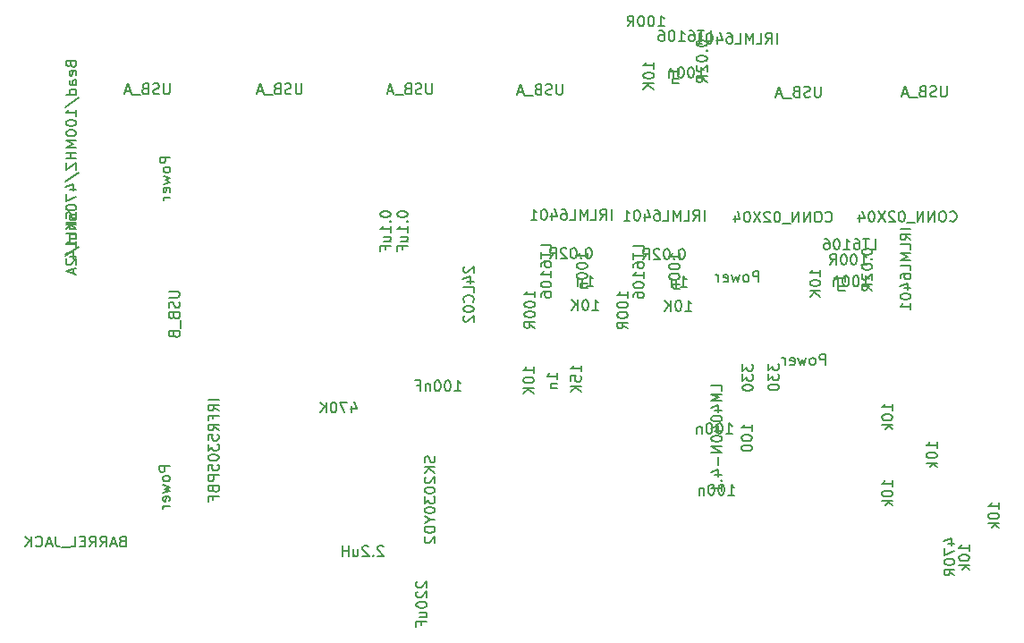
<source format=gbr>
G04 #@! TF.FileFunction,Other,Fab,Bot*
%FSLAX46Y46*%
G04 Gerber Fmt 4.6, Leading zero omitted, Abs format (unit mm)*
G04 Created by KiCad (PCBNEW 4.0.1-stable) date 08.07.2016 9:17:41*
%MOMM*%
G01*
G04 APERTURE LIST*
%ADD10C,0.100000*%
%ADD11C,0.150000*%
G04 APERTURE END LIST*
D10*
D11*
X128019619Y-106850132D02*
X127972000Y-106897751D01*
X127924381Y-106992989D01*
X127924381Y-107231085D01*
X127972000Y-107326323D01*
X128019619Y-107373942D01*
X128114857Y-107421561D01*
X128210095Y-107421561D01*
X128352952Y-107373942D01*
X128924381Y-106802513D01*
X128924381Y-107421561D01*
X128019619Y-107802513D02*
X127972000Y-107850132D01*
X127924381Y-107945370D01*
X127924381Y-108183466D01*
X127972000Y-108278704D01*
X128019619Y-108326323D01*
X128114857Y-108373942D01*
X128210095Y-108373942D01*
X128352952Y-108326323D01*
X128924381Y-107754894D01*
X128924381Y-108373942D01*
X127924381Y-108992989D02*
X127924381Y-109088228D01*
X127972000Y-109183466D01*
X128019619Y-109231085D01*
X128114857Y-109278704D01*
X128305333Y-109326323D01*
X128543429Y-109326323D01*
X128733905Y-109278704D01*
X128829143Y-109231085D01*
X128876762Y-109183466D01*
X128924381Y-109088228D01*
X128924381Y-108992989D01*
X128876762Y-108897751D01*
X128829143Y-108850132D01*
X128733905Y-108802513D01*
X128543429Y-108754894D01*
X128305333Y-108754894D01*
X128114857Y-108802513D01*
X128019619Y-108850132D01*
X127972000Y-108897751D01*
X127924381Y-108992989D01*
X128257714Y-110183466D02*
X128924381Y-110183466D01*
X128257714Y-109754894D02*
X128781524Y-109754894D01*
X128876762Y-109802513D01*
X128924381Y-109897751D01*
X128924381Y-110040609D01*
X128876762Y-110135847D01*
X128829143Y-110183466D01*
X128400571Y-110992990D02*
X128400571Y-110659656D01*
X128924381Y-110659656D02*
X127924381Y-110659656D01*
X127924381Y-111135847D01*
X166211429Y-59982381D02*
X166211429Y-60791905D01*
X166163810Y-60887143D01*
X166116191Y-60934762D01*
X166020953Y-60982381D01*
X165830476Y-60982381D01*
X165735238Y-60934762D01*
X165687619Y-60887143D01*
X165640000Y-60791905D01*
X165640000Y-59982381D01*
X165211429Y-60934762D02*
X165068572Y-60982381D01*
X164830476Y-60982381D01*
X164735238Y-60934762D01*
X164687619Y-60887143D01*
X164640000Y-60791905D01*
X164640000Y-60696667D01*
X164687619Y-60601429D01*
X164735238Y-60553810D01*
X164830476Y-60506190D01*
X165020953Y-60458571D01*
X165116191Y-60410952D01*
X165163810Y-60363333D01*
X165211429Y-60268095D01*
X165211429Y-60172857D01*
X165163810Y-60077619D01*
X165116191Y-60030000D01*
X165020953Y-59982381D01*
X164782857Y-59982381D01*
X164640000Y-60030000D01*
X163878095Y-60458571D02*
X163735238Y-60506190D01*
X163687619Y-60553810D01*
X163640000Y-60649048D01*
X163640000Y-60791905D01*
X163687619Y-60887143D01*
X163735238Y-60934762D01*
X163830476Y-60982381D01*
X164211429Y-60982381D01*
X164211429Y-59982381D01*
X163878095Y-59982381D01*
X163782857Y-60030000D01*
X163735238Y-60077619D01*
X163687619Y-60172857D01*
X163687619Y-60268095D01*
X163735238Y-60363333D01*
X163782857Y-60410952D01*
X163878095Y-60458571D01*
X164211429Y-60458571D01*
X163449524Y-61077619D02*
X162687619Y-61077619D01*
X162497143Y-60696667D02*
X162020952Y-60696667D01*
X162592381Y-60982381D02*
X162259048Y-59982381D01*
X161925714Y-60982381D01*
X170092381Y-75561905D02*
X170092381Y-75657144D01*
X170140000Y-75752382D01*
X170187619Y-75800001D01*
X170282857Y-75847620D01*
X170473333Y-75895239D01*
X170711429Y-75895239D01*
X170901905Y-75847620D01*
X170997143Y-75800001D01*
X171044762Y-75752382D01*
X171092381Y-75657144D01*
X171092381Y-75561905D01*
X171044762Y-75466667D01*
X170997143Y-75419048D01*
X170901905Y-75371429D01*
X170711429Y-75323810D01*
X170473333Y-75323810D01*
X170282857Y-75371429D01*
X170187619Y-75419048D01*
X170140000Y-75466667D01*
X170092381Y-75561905D01*
X170997143Y-76323810D02*
X171044762Y-76371429D01*
X171092381Y-76323810D01*
X171044762Y-76276191D01*
X170997143Y-76323810D01*
X171092381Y-76323810D01*
X170092381Y-76990476D02*
X170092381Y-77085715D01*
X170140000Y-77180953D01*
X170187619Y-77228572D01*
X170282857Y-77276191D01*
X170473333Y-77323810D01*
X170711429Y-77323810D01*
X170901905Y-77276191D01*
X170997143Y-77228572D01*
X171044762Y-77180953D01*
X171092381Y-77085715D01*
X171092381Y-76990476D01*
X171044762Y-76895238D01*
X170997143Y-76847619D01*
X170901905Y-76800000D01*
X170711429Y-76752381D01*
X170473333Y-76752381D01*
X170282857Y-76800000D01*
X170187619Y-76847619D01*
X170140000Y-76895238D01*
X170092381Y-76990476D01*
X170187619Y-77704762D02*
X170140000Y-77752381D01*
X170092381Y-77847619D01*
X170092381Y-78085715D01*
X170140000Y-78180953D01*
X170187619Y-78228572D01*
X170282857Y-78276191D01*
X170378095Y-78276191D01*
X170520952Y-78228572D01*
X171092381Y-77657143D01*
X171092381Y-78276191D01*
X171092381Y-79276191D02*
X170616190Y-78942857D01*
X171092381Y-78704762D02*
X170092381Y-78704762D01*
X170092381Y-79085715D01*
X170140000Y-79180953D01*
X170187619Y-79228572D01*
X170282857Y-79276191D01*
X170425714Y-79276191D01*
X170520952Y-79228572D01*
X170568571Y-79180953D01*
X170616190Y-79085715D01*
X170616190Y-78704762D01*
X147932381Y-79993334D02*
X147932381Y-79421905D01*
X147932381Y-79707619D02*
X146932381Y-79707619D01*
X147075238Y-79612381D01*
X147170476Y-79517143D01*
X147218095Y-79421905D01*
X146932381Y-80612381D02*
X146932381Y-80707620D01*
X146980000Y-80802858D01*
X147027619Y-80850477D01*
X147122857Y-80898096D01*
X147313333Y-80945715D01*
X147551429Y-80945715D01*
X147741905Y-80898096D01*
X147837143Y-80850477D01*
X147884762Y-80802858D01*
X147932381Y-80707620D01*
X147932381Y-80612381D01*
X147884762Y-80517143D01*
X147837143Y-80469524D01*
X147741905Y-80421905D01*
X147551429Y-80374286D01*
X147313333Y-80374286D01*
X147122857Y-80421905D01*
X147027619Y-80469524D01*
X146980000Y-80517143D01*
X146932381Y-80612381D01*
X146932381Y-81564762D02*
X146932381Y-81660001D01*
X146980000Y-81755239D01*
X147027619Y-81802858D01*
X147122857Y-81850477D01*
X147313333Y-81898096D01*
X147551429Y-81898096D01*
X147741905Y-81850477D01*
X147837143Y-81802858D01*
X147884762Y-81755239D01*
X147932381Y-81660001D01*
X147932381Y-81564762D01*
X147884762Y-81469524D01*
X147837143Y-81421905D01*
X147741905Y-81374286D01*
X147551429Y-81326667D01*
X147313333Y-81326667D01*
X147122857Y-81374286D01*
X147027619Y-81421905D01*
X146980000Y-81469524D01*
X146932381Y-81564762D01*
X147932381Y-82898096D02*
X147456190Y-82564762D01*
X147932381Y-82326667D02*
X146932381Y-82326667D01*
X146932381Y-82707620D01*
X146980000Y-82802858D01*
X147027619Y-82850477D01*
X147122857Y-82898096D01*
X147265714Y-82898096D01*
X147360952Y-82850477D01*
X147408571Y-82802858D01*
X147456190Y-82707620D01*
X147456190Y-82326667D01*
X150826666Y-54272381D02*
X151398095Y-54272381D01*
X151112381Y-54272381D02*
X151112381Y-53272381D01*
X151207619Y-53415238D01*
X151302857Y-53510476D01*
X151398095Y-53558095D01*
X150207619Y-53272381D02*
X150112380Y-53272381D01*
X150017142Y-53320000D01*
X149969523Y-53367619D01*
X149921904Y-53462857D01*
X149874285Y-53653333D01*
X149874285Y-53891429D01*
X149921904Y-54081905D01*
X149969523Y-54177143D01*
X150017142Y-54224762D01*
X150112380Y-54272381D01*
X150207619Y-54272381D01*
X150302857Y-54224762D01*
X150350476Y-54177143D01*
X150398095Y-54081905D01*
X150445714Y-53891429D01*
X150445714Y-53653333D01*
X150398095Y-53462857D01*
X150350476Y-53367619D01*
X150302857Y-53320000D01*
X150207619Y-53272381D01*
X149255238Y-53272381D02*
X149159999Y-53272381D01*
X149064761Y-53320000D01*
X149017142Y-53367619D01*
X148969523Y-53462857D01*
X148921904Y-53653333D01*
X148921904Y-53891429D01*
X148969523Y-54081905D01*
X149017142Y-54177143D01*
X149064761Y-54224762D01*
X149159999Y-54272381D01*
X149255238Y-54272381D01*
X149350476Y-54224762D01*
X149398095Y-54177143D01*
X149445714Y-54081905D01*
X149493333Y-53891429D01*
X149493333Y-53653333D01*
X149445714Y-53462857D01*
X149398095Y-53367619D01*
X149350476Y-53320000D01*
X149255238Y-53272381D01*
X147921904Y-54272381D02*
X148255238Y-53796190D01*
X148493333Y-54272381D02*
X148493333Y-53272381D01*
X148112380Y-53272381D01*
X148017142Y-53320000D01*
X147969523Y-53367619D01*
X147921904Y-53462857D01*
X147921904Y-53605714D01*
X147969523Y-53700952D01*
X148017142Y-53748571D01*
X148112380Y-53796190D01*
X148493333Y-53796190D01*
X154462381Y-55841905D02*
X154462381Y-55937144D01*
X154510000Y-56032382D01*
X154557619Y-56080001D01*
X154652857Y-56127620D01*
X154843333Y-56175239D01*
X155081429Y-56175239D01*
X155271905Y-56127620D01*
X155367143Y-56080001D01*
X155414762Y-56032382D01*
X155462381Y-55937144D01*
X155462381Y-55841905D01*
X155414762Y-55746667D01*
X155367143Y-55699048D01*
X155271905Y-55651429D01*
X155081429Y-55603810D01*
X154843333Y-55603810D01*
X154652857Y-55651429D01*
X154557619Y-55699048D01*
X154510000Y-55746667D01*
X154462381Y-55841905D01*
X155367143Y-56603810D02*
X155414762Y-56651429D01*
X155462381Y-56603810D01*
X155414762Y-56556191D01*
X155367143Y-56603810D01*
X155462381Y-56603810D01*
X154462381Y-57270476D02*
X154462381Y-57365715D01*
X154510000Y-57460953D01*
X154557619Y-57508572D01*
X154652857Y-57556191D01*
X154843333Y-57603810D01*
X155081429Y-57603810D01*
X155271905Y-57556191D01*
X155367143Y-57508572D01*
X155414762Y-57460953D01*
X155462381Y-57365715D01*
X155462381Y-57270476D01*
X155414762Y-57175238D01*
X155367143Y-57127619D01*
X155271905Y-57080000D01*
X155081429Y-57032381D01*
X154843333Y-57032381D01*
X154652857Y-57080000D01*
X154557619Y-57127619D01*
X154510000Y-57175238D01*
X154462381Y-57270476D01*
X154557619Y-57984762D02*
X154510000Y-58032381D01*
X154462381Y-58127619D01*
X154462381Y-58365715D01*
X154510000Y-58460953D01*
X154557619Y-58508572D01*
X154652857Y-58556191D01*
X154748095Y-58556191D01*
X154890952Y-58508572D01*
X155462381Y-57937143D01*
X155462381Y-58556191D01*
X155462381Y-59556191D02*
X154986190Y-59222857D01*
X155462381Y-58984762D02*
X154462381Y-58984762D01*
X154462381Y-59365715D01*
X154510000Y-59460953D01*
X154557619Y-59508572D01*
X154652857Y-59556191D01*
X154795714Y-59556191D01*
X154890952Y-59508572D01*
X154938571Y-59460953D01*
X154986190Y-59365715D01*
X154986190Y-58984762D01*
X168492381Y-78433334D02*
X168492381Y-77861905D01*
X168492381Y-78147619D02*
X167492381Y-78147619D01*
X167635238Y-78052381D01*
X167730476Y-77957143D01*
X167778095Y-77861905D01*
X167825714Y-78861905D02*
X168492381Y-78861905D01*
X167920952Y-78861905D02*
X167873333Y-78909524D01*
X167825714Y-79004762D01*
X167825714Y-79147620D01*
X167873333Y-79242858D01*
X167968571Y-79290477D01*
X168492381Y-79290477D01*
X170209047Y-78902381D02*
X170780476Y-78902381D01*
X170494762Y-78902381D02*
X170494762Y-77902381D01*
X170590000Y-78045238D01*
X170685238Y-78140476D01*
X170780476Y-78188095D01*
X169590000Y-77902381D02*
X169494761Y-77902381D01*
X169399523Y-77950000D01*
X169351904Y-77997619D01*
X169304285Y-78092857D01*
X169256666Y-78283333D01*
X169256666Y-78521429D01*
X169304285Y-78711905D01*
X169351904Y-78807143D01*
X169399523Y-78854762D01*
X169494761Y-78902381D01*
X169590000Y-78902381D01*
X169685238Y-78854762D01*
X169732857Y-78807143D01*
X169780476Y-78711905D01*
X169828095Y-78521429D01*
X169828095Y-78283333D01*
X169780476Y-78092857D01*
X169732857Y-77997619D01*
X169685238Y-77950000D01*
X169590000Y-77902381D01*
X168637619Y-77902381D02*
X168542380Y-77902381D01*
X168447142Y-77950000D01*
X168399523Y-77997619D01*
X168351904Y-78092857D01*
X168304285Y-78283333D01*
X168304285Y-78521429D01*
X168351904Y-78711905D01*
X168399523Y-78807143D01*
X168447142Y-78854762D01*
X168542380Y-78902381D01*
X168637619Y-78902381D01*
X168732857Y-78854762D01*
X168780476Y-78807143D01*
X168828095Y-78711905D01*
X168875714Y-78521429D01*
X168875714Y-78283333D01*
X168828095Y-78092857D01*
X168780476Y-77997619D01*
X168732857Y-77950000D01*
X168637619Y-77902381D01*
X167875714Y-78235714D02*
X167875714Y-78902381D01*
X167875714Y-78330952D02*
X167828095Y-78283333D01*
X167732857Y-78235714D01*
X167589999Y-78235714D01*
X167494761Y-78283333D01*
X167447142Y-78378571D01*
X167447142Y-78902381D01*
X170966190Y-75402381D02*
X171442381Y-75402381D01*
X171442381Y-74402381D01*
X170775714Y-74402381D02*
X170204285Y-74402381D01*
X170490000Y-75402381D02*
X170490000Y-74402381D01*
X169442380Y-74402381D02*
X169632857Y-74402381D01*
X169728095Y-74450000D01*
X169775714Y-74497619D01*
X169870952Y-74640476D01*
X169918571Y-74830952D01*
X169918571Y-75211905D01*
X169870952Y-75307143D01*
X169823333Y-75354762D01*
X169728095Y-75402381D01*
X169537618Y-75402381D01*
X169442380Y-75354762D01*
X169394761Y-75307143D01*
X169347142Y-75211905D01*
X169347142Y-74973810D01*
X169394761Y-74878571D01*
X169442380Y-74830952D01*
X169537618Y-74783333D01*
X169728095Y-74783333D01*
X169823333Y-74830952D01*
X169870952Y-74878571D01*
X169918571Y-74973810D01*
X168394761Y-75402381D02*
X168966190Y-75402381D01*
X168680476Y-75402381D02*
X168680476Y-74402381D01*
X168775714Y-74545238D01*
X168870952Y-74640476D01*
X168966190Y-74688095D01*
X167775714Y-74402381D02*
X167680475Y-74402381D01*
X167585237Y-74450000D01*
X167537618Y-74497619D01*
X167489999Y-74592857D01*
X167442380Y-74783333D01*
X167442380Y-75021429D01*
X167489999Y-75211905D01*
X167537618Y-75307143D01*
X167585237Y-75354762D01*
X167680475Y-75402381D01*
X167775714Y-75402381D01*
X167870952Y-75354762D01*
X167918571Y-75307143D01*
X167966190Y-75211905D01*
X168013809Y-75021429D01*
X168013809Y-74783333D01*
X167966190Y-74592857D01*
X167918571Y-74497619D01*
X167870952Y-74450000D01*
X167775714Y-74402381D01*
X166585237Y-74402381D02*
X166775714Y-74402381D01*
X166870952Y-74450000D01*
X166918571Y-74497619D01*
X167013809Y-74640476D01*
X167061428Y-74830952D01*
X167061428Y-75211905D01*
X167013809Y-75307143D01*
X166966190Y-75354762D01*
X166870952Y-75402381D01*
X166680475Y-75402381D01*
X166585237Y-75354762D01*
X166537618Y-75307143D01*
X166489999Y-75211905D01*
X166489999Y-74973810D01*
X166537618Y-74878571D01*
X166585237Y-74830952D01*
X166680475Y-74783333D01*
X166870952Y-74783333D01*
X166966190Y-74830952D01*
X167013809Y-74878571D01*
X167061428Y-74973810D01*
X170006666Y-76852381D02*
X170578095Y-76852381D01*
X170292381Y-76852381D02*
X170292381Y-75852381D01*
X170387619Y-75995238D01*
X170482857Y-76090476D01*
X170578095Y-76138095D01*
X169387619Y-75852381D02*
X169292380Y-75852381D01*
X169197142Y-75900000D01*
X169149523Y-75947619D01*
X169101904Y-76042857D01*
X169054285Y-76233333D01*
X169054285Y-76471429D01*
X169101904Y-76661905D01*
X169149523Y-76757143D01*
X169197142Y-76804762D01*
X169292380Y-76852381D01*
X169387619Y-76852381D01*
X169482857Y-76804762D01*
X169530476Y-76757143D01*
X169578095Y-76661905D01*
X169625714Y-76471429D01*
X169625714Y-76233333D01*
X169578095Y-76042857D01*
X169530476Y-75947619D01*
X169482857Y-75900000D01*
X169387619Y-75852381D01*
X168435238Y-75852381D02*
X168339999Y-75852381D01*
X168244761Y-75900000D01*
X168197142Y-75947619D01*
X168149523Y-76042857D01*
X168101904Y-76233333D01*
X168101904Y-76471429D01*
X168149523Y-76661905D01*
X168197142Y-76757143D01*
X168244761Y-76804762D01*
X168339999Y-76852381D01*
X168435238Y-76852381D01*
X168530476Y-76804762D01*
X168578095Y-76757143D01*
X168625714Y-76661905D01*
X168673333Y-76471429D01*
X168673333Y-76233333D01*
X168625714Y-76042857D01*
X168578095Y-75947619D01*
X168530476Y-75900000D01*
X168435238Y-75852381D01*
X167101904Y-76852381D02*
X167435238Y-76376190D01*
X167673333Y-76852381D02*
X167673333Y-75852381D01*
X167292380Y-75852381D01*
X167197142Y-75900000D01*
X167149523Y-75947619D01*
X167101904Y-76042857D01*
X167101904Y-76185714D01*
X167149523Y-76280952D01*
X167197142Y-76328571D01*
X167292380Y-76376190D01*
X167673333Y-76376190D01*
X166192381Y-77909524D02*
X166192381Y-77338095D01*
X166192381Y-77623809D02*
X165192381Y-77623809D01*
X165335238Y-77528571D01*
X165430476Y-77433333D01*
X165478095Y-77338095D01*
X165192381Y-78528571D02*
X165192381Y-78623810D01*
X165240000Y-78719048D01*
X165287619Y-78766667D01*
X165382857Y-78814286D01*
X165573333Y-78861905D01*
X165811429Y-78861905D01*
X166001905Y-78814286D01*
X166097143Y-78766667D01*
X166144762Y-78719048D01*
X166192381Y-78623810D01*
X166192381Y-78528571D01*
X166144762Y-78433333D01*
X166097143Y-78385714D01*
X166001905Y-78338095D01*
X165811429Y-78290476D01*
X165573333Y-78290476D01*
X165382857Y-78338095D01*
X165287619Y-78385714D01*
X165240000Y-78433333D01*
X165192381Y-78528571D01*
X166192381Y-79290476D02*
X165192381Y-79290476D01*
X166192381Y-79861905D02*
X165620952Y-79433333D01*
X165192381Y-79861905D02*
X165763810Y-79290476D01*
X153400476Y-81222381D02*
X153971905Y-81222381D01*
X153686191Y-81222381D02*
X153686191Y-80222381D01*
X153781429Y-80365238D01*
X153876667Y-80460476D01*
X153971905Y-80508095D01*
X152781429Y-80222381D02*
X152686190Y-80222381D01*
X152590952Y-80270000D01*
X152543333Y-80317619D01*
X152495714Y-80412857D01*
X152448095Y-80603333D01*
X152448095Y-80841429D01*
X152495714Y-81031905D01*
X152543333Y-81127143D01*
X152590952Y-81174762D01*
X152686190Y-81222381D01*
X152781429Y-81222381D01*
X152876667Y-81174762D01*
X152924286Y-81127143D01*
X152971905Y-81031905D01*
X153019524Y-80841429D01*
X153019524Y-80603333D01*
X152971905Y-80412857D01*
X152924286Y-80317619D01*
X152876667Y-80270000D01*
X152781429Y-80222381D01*
X152019524Y-81222381D02*
X152019524Y-80222381D01*
X151448095Y-81222381D02*
X151876667Y-80650952D01*
X151448095Y-80222381D02*
X152019524Y-80793810D01*
X152812381Y-58813334D02*
X152812381Y-58241905D01*
X152812381Y-58527619D02*
X151812381Y-58527619D01*
X151955238Y-58432381D01*
X152050476Y-58337143D01*
X152098095Y-58241905D01*
X152145714Y-59241905D02*
X152812381Y-59241905D01*
X152240952Y-59241905D02*
X152193333Y-59289524D01*
X152145714Y-59384762D01*
X152145714Y-59527620D01*
X152193333Y-59622858D01*
X152288571Y-59670477D01*
X152812381Y-59670477D01*
X155336190Y-55682381D02*
X155812381Y-55682381D01*
X155812381Y-54682381D01*
X155145714Y-54682381D02*
X154574285Y-54682381D01*
X154860000Y-55682381D02*
X154860000Y-54682381D01*
X153812380Y-54682381D02*
X154002857Y-54682381D01*
X154098095Y-54730000D01*
X154145714Y-54777619D01*
X154240952Y-54920476D01*
X154288571Y-55110952D01*
X154288571Y-55491905D01*
X154240952Y-55587143D01*
X154193333Y-55634762D01*
X154098095Y-55682381D01*
X153907618Y-55682381D01*
X153812380Y-55634762D01*
X153764761Y-55587143D01*
X153717142Y-55491905D01*
X153717142Y-55253810D01*
X153764761Y-55158571D01*
X153812380Y-55110952D01*
X153907618Y-55063333D01*
X154098095Y-55063333D01*
X154193333Y-55110952D01*
X154240952Y-55158571D01*
X154288571Y-55253810D01*
X152764761Y-55682381D02*
X153336190Y-55682381D01*
X153050476Y-55682381D02*
X153050476Y-54682381D01*
X153145714Y-54825238D01*
X153240952Y-54920476D01*
X153336190Y-54968095D01*
X152145714Y-54682381D02*
X152050475Y-54682381D01*
X151955237Y-54730000D01*
X151907618Y-54777619D01*
X151859999Y-54872857D01*
X151812380Y-55063333D01*
X151812380Y-55301429D01*
X151859999Y-55491905D01*
X151907618Y-55587143D01*
X151955237Y-55634762D01*
X152050475Y-55682381D01*
X152145714Y-55682381D01*
X152240952Y-55634762D01*
X152288571Y-55587143D01*
X152336190Y-55491905D01*
X152383809Y-55301429D01*
X152383809Y-55063333D01*
X152336190Y-54872857D01*
X152288571Y-54777619D01*
X152240952Y-54730000D01*
X152145714Y-54682381D01*
X150955237Y-54682381D02*
X151145714Y-54682381D01*
X151240952Y-54730000D01*
X151288571Y-54777619D01*
X151383809Y-54920476D01*
X151431428Y-55110952D01*
X151431428Y-55491905D01*
X151383809Y-55587143D01*
X151336190Y-55634762D01*
X151240952Y-55682381D01*
X151050475Y-55682381D01*
X150955237Y-55634762D01*
X150907618Y-55587143D01*
X150859999Y-55491905D01*
X150859999Y-55253810D01*
X150907618Y-55158571D01*
X150955237Y-55110952D01*
X151050475Y-55063333D01*
X151240952Y-55063333D01*
X151336190Y-55110952D01*
X151383809Y-55158571D01*
X151431428Y-55253810D01*
X152926666Y-78922381D02*
X153498095Y-78922381D01*
X153212381Y-78922381D02*
X153212381Y-77922381D01*
X153307619Y-78065238D01*
X153402857Y-78160476D01*
X153498095Y-78208095D01*
X152498095Y-78255714D02*
X152498095Y-78922381D01*
X152498095Y-78350952D02*
X152450476Y-78303333D01*
X152355238Y-78255714D01*
X152212380Y-78255714D01*
X152117142Y-78303333D01*
X152069523Y-78398571D01*
X152069523Y-78922381D01*
X149462381Y-75543810D02*
X149462381Y-75067619D01*
X148462381Y-75067619D01*
X148462381Y-75734286D02*
X148462381Y-76305715D01*
X149462381Y-76020000D02*
X148462381Y-76020000D01*
X148462381Y-77067620D02*
X148462381Y-76877143D01*
X148510000Y-76781905D01*
X148557619Y-76734286D01*
X148700476Y-76639048D01*
X148890952Y-76591429D01*
X149271905Y-76591429D01*
X149367143Y-76639048D01*
X149414762Y-76686667D01*
X149462381Y-76781905D01*
X149462381Y-76972382D01*
X149414762Y-77067620D01*
X149367143Y-77115239D01*
X149271905Y-77162858D01*
X149033810Y-77162858D01*
X148938571Y-77115239D01*
X148890952Y-77067620D01*
X148843333Y-76972382D01*
X148843333Y-76781905D01*
X148890952Y-76686667D01*
X148938571Y-76639048D01*
X149033810Y-76591429D01*
X149462381Y-78115239D02*
X149462381Y-77543810D01*
X149462381Y-77829524D02*
X148462381Y-77829524D01*
X148605238Y-77734286D01*
X148700476Y-77639048D01*
X148748095Y-77543810D01*
X148462381Y-78734286D02*
X148462381Y-78829525D01*
X148510000Y-78924763D01*
X148557619Y-78972382D01*
X148652857Y-79020001D01*
X148843333Y-79067620D01*
X149081429Y-79067620D01*
X149271905Y-79020001D01*
X149367143Y-78972382D01*
X149414762Y-78924763D01*
X149462381Y-78829525D01*
X149462381Y-78734286D01*
X149414762Y-78639048D01*
X149367143Y-78591429D01*
X149271905Y-78543810D01*
X149081429Y-78496191D01*
X148843333Y-78496191D01*
X148652857Y-78543810D01*
X148557619Y-78591429D01*
X148510000Y-78639048D01*
X148462381Y-78734286D01*
X148462381Y-79924763D02*
X148462381Y-79734286D01*
X148510000Y-79639048D01*
X148557619Y-79591429D01*
X148700476Y-79496191D01*
X148890952Y-79448572D01*
X149271905Y-79448572D01*
X149367143Y-79496191D01*
X149414762Y-79543810D01*
X149462381Y-79639048D01*
X149462381Y-79829525D01*
X149414762Y-79924763D01*
X149367143Y-79972382D01*
X149271905Y-80020001D01*
X149033810Y-80020001D01*
X148938571Y-79972382D01*
X148890952Y-79924763D01*
X148843333Y-79829525D01*
X148843333Y-79639048D01*
X148890952Y-79543810D01*
X148938571Y-79496191D01*
X149033810Y-79448572D01*
X150412381Y-58289524D02*
X150412381Y-57718095D01*
X150412381Y-58003809D02*
X149412381Y-58003809D01*
X149555238Y-57908571D01*
X149650476Y-57813333D01*
X149698095Y-57718095D01*
X149412381Y-58908571D02*
X149412381Y-59003810D01*
X149460000Y-59099048D01*
X149507619Y-59146667D01*
X149602857Y-59194286D01*
X149793333Y-59241905D01*
X150031429Y-59241905D01*
X150221905Y-59194286D01*
X150317143Y-59146667D01*
X150364762Y-59099048D01*
X150412381Y-59003810D01*
X150412381Y-58908571D01*
X150364762Y-58813333D01*
X150317143Y-58765714D01*
X150221905Y-58718095D01*
X150031429Y-58670476D01*
X149793333Y-58670476D01*
X149602857Y-58718095D01*
X149507619Y-58765714D01*
X149460000Y-58813333D01*
X149412381Y-58908571D01*
X150412381Y-59670476D02*
X149412381Y-59670476D01*
X150412381Y-60241905D02*
X149840952Y-59813333D01*
X149412381Y-60241905D02*
X149983810Y-59670476D01*
X144590476Y-81152381D02*
X145161905Y-81152381D01*
X144876191Y-81152381D02*
X144876191Y-80152381D01*
X144971429Y-80295238D01*
X145066667Y-80390476D01*
X145161905Y-80438095D01*
X143971429Y-80152381D02*
X143876190Y-80152381D01*
X143780952Y-80200000D01*
X143733333Y-80247619D01*
X143685714Y-80342857D01*
X143638095Y-80533333D01*
X143638095Y-80771429D01*
X143685714Y-80961905D01*
X143733333Y-81057143D01*
X143780952Y-81104762D01*
X143876190Y-81152381D01*
X143971429Y-81152381D01*
X144066667Y-81104762D01*
X144114286Y-81057143D01*
X144161905Y-80961905D01*
X144209524Y-80771429D01*
X144209524Y-80533333D01*
X144161905Y-80342857D01*
X144114286Y-80247619D01*
X144066667Y-80200000D01*
X143971429Y-80152381D01*
X143209524Y-81152381D02*
X143209524Y-80152381D01*
X142638095Y-81152381D02*
X143066667Y-80580952D01*
X142638095Y-80152381D02*
X143209524Y-80723810D01*
X144102381Y-76280953D02*
X144102381Y-75709524D01*
X144102381Y-75995238D02*
X143102381Y-75995238D01*
X143245238Y-75900000D01*
X143340476Y-75804762D01*
X143388095Y-75709524D01*
X143102381Y-76900000D02*
X143102381Y-76995239D01*
X143150000Y-77090477D01*
X143197619Y-77138096D01*
X143292857Y-77185715D01*
X143483333Y-77233334D01*
X143721429Y-77233334D01*
X143911905Y-77185715D01*
X144007143Y-77138096D01*
X144054762Y-77090477D01*
X144102381Y-76995239D01*
X144102381Y-76900000D01*
X144054762Y-76804762D01*
X144007143Y-76757143D01*
X143911905Y-76709524D01*
X143721429Y-76661905D01*
X143483333Y-76661905D01*
X143292857Y-76709524D01*
X143197619Y-76757143D01*
X143150000Y-76804762D01*
X143102381Y-76900000D01*
X143102381Y-77852381D02*
X143102381Y-77947620D01*
X143150000Y-78042858D01*
X143197619Y-78090477D01*
X143292857Y-78138096D01*
X143483333Y-78185715D01*
X143721429Y-78185715D01*
X143911905Y-78138096D01*
X144007143Y-78090477D01*
X144054762Y-78042858D01*
X144102381Y-77947620D01*
X144102381Y-77852381D01*
X144054762Y-77757143D01*
X144007143Y-77709524D01*
X143911905Y-77661905D01*
X143721429Y-77614286D01*
X143483333Y-77614286D01*
X143292857Y-77661905D01*
X143197619Y-77709524D01*
X143150000Y-77757143D01*
X143102381Y-77852381D01*
X143435714Y-78614286D02*
X144102381Y-78614286D01*
X143530952Y-78614286D02*
X143483333Y-78661905D01*
X143435714Y-78757143D01*
X143435714Y-78900001D01*
X143483333Y-78995239D01*
X143578571Y-79042858D01*
X144102381Y-79042858D01*
X139152381Y-79933334D02*
X139152381Y-79361905D01*
X139152381Y-79647619D02*
X138152381Y-79647619D01*
X138295238Y-79552381D01*
X138390476Y-79457143D01*
X138438095Y-79361905D01*
X138152381Y-80552381D02*
X138152381Y-80647620D01*
X138200000Y-80742858D01*
X138247619Y-80790477D01*
X138342857Y-80838096D01*
X138533333Y-80885715D01*
X138771429Y-80885715D01*
X138961905Y-80838096D01*
X139057143Y-80790477D01*
X139104762Y-80742858D01*
X139152381Y-80647620D01*
X139152381Y-80552381D01*
X139104762Y-80457143D01*
X139057143Y-80409524D01*
X138961905Y-80361905D01*
X138771429Y-80314286D01*
X138533333Y-80314286D01*
X138342857Y-80361905D01*
X138247619Y-80409524D01*
X138200000Y-80457143D01*
X138152381Y-80552381D01*
X138152381Y-81504762D02*
X138152381Y-81600001D01*
X138200000Y-81695239D01*
X138247619Y-81742858D01*
X138342857Y-81790477D01*
X138533333Y-81838096D01*
X138771429Y-81838096D01*
X138961905Y-81790477D01*
X139057143Y-81742858D01*
X139104762Y-81695239D01*
X139152381Y-81600001D01*
X139152381Y-81504762D01*
X139104762Y-81409524D01*
X139057143Y-81361905D01*
X138961905Y-81314286D01*
X138771429Y-81266667D01*
X138533333Y-81266667D01*
X138342857Y-81314286D01*
X138247619Y-81361905D01*
X138200000Y-81409524D01*
X138152381Y-81504762D01*
X139152381Y-82838096D02*
X138676190Y-82504762D01*
X139152381Y-82266667D02*
X138152381Y-82266667D01*
X138152381Y-82647620D01*
X138200000Y-82742858D01*
X138247619Y-82790477D01*
X138342857Y-82838096D01*
X138485714Y-82838096D01*
X138580952Y-82790477D01*
X138628571Y-82742858D01*
X138676190Y-82647620D01*
X138676190Y-82266667D01*
X144288095Y-75252381D02*
X144192856Y-75252381D01*
X144097618Y-75300000D01*
X144049999Y-75347619D01*
X144002380Y-75442857D01*
X143954761Y-75633333D01*
X143954761Y-75871429D01*
X144002380Y-76061905D01*
X144049999Y-76157143D01*
X144097618Y-76204762D01*
X144192856Y-76252381D01*
X144288095Y-76252381D01*
X144383333Y-76204762D01*
X144430952Y-76157143D01*
X144478571Y-76061905D01*
X144526190Y-75871429D01*
X144526190Y-75633333D01*
X144478571Y-75442857D01*
X144430952Y-75347619D01*
X144383333Y-75300000D01*
X144288095Y-75252381D01*
X143526190Y-76157143D02*
X143478571Y-76204762D01*
X143526190Y-76252381D01*
X143573809Y-76204762D01*
X143526190Y-76157143D01*
X143526190Y-76252381D01*
X142859524Y-75252381D02*
X142764285Y-75252381D01*
X142669047Y-75300000D01*
X142621428Y-75347619D01*
X142573809Y-75442857D01*
X142526190Y-75633333D01*
X142526190Y-75871429D01*
X142573809Y-76061905D01*
X142621428Y-76157143D01*
X142669047Y-76204762D01*
X142764285Y-76252381D01*
X142859524Y-76252381D01*
X142954762Y-76204762D01*
X143002381Y-76157143D01*
X143050000Y-76061905D01*
X143097619Y-75871429D01*
X143097619Y-75633333D01*
X143050000Y-75442857D01*
X143002381Y-75347619D01*
X142954762Y-75300000D01*
X142859524Y-75252381D01*
X142145238Y-75347619D02*
X142097619Y-75300000D01*
X142002381Y-75252381D01*
X141764285Y-75252381D01*
X141669047Y-75300000D01*
X141621428Y-75347619D01*
X141573809Y-75442857D01*
X141573809Y-75538095D01*
X141621428Y-75680952D01*
X142192857Y-76252381D01*
X141573809Y-76252381D01*
X140573809Y-76252381D02*
X140907143Y-75776190D01*
X141145238Y-76252381D02*
X141145238Y-75252381D01*
X140764285Y-75252381D01*
X140669047Y-75300000D01*
X140621428Y-75347619D01*
X140573809Y-75442857D01*
X140573809Y-75585714D01*
X140621428Y-75680952D01*
X140669047Y-75728571D01*
X140764285Y-75776190D01*
X141145238Y-75776190D01*
X140702381Y-75473810D02*
X140702381Y-74997619D01*
X139702381Y-74997619D01*
X139702381Y-75664286D02*
X139702381Y-76235715D01*
X140702381Y-75950000D02*
X139702381Y-75950000D01*
X139702381Y-76997620D02*
X139702381Y-76807143D01*
X139750000Y-76711905D01*
X139797619Y-76664286D01*
X139940476Y-76569048D01*
X140130952Y-76521429D01*
X140511905Y-76521429D01*
X140607143Y-76569048D01*
X140654762Y-76616667D01*
X140702381Y-76711905D01*
X140702381Y-76902382D01*
X140654762Y-76997620D01*
X140607143Y-77045239D01*
X140511905Y-77092858D01*
X140273810Y-77092858D01*
X140178571Y-77045239D01*
X140130952Y-76997620D01*
X140083333Y-76902382D01*
X140083333Y-76711905D01*
X140130952Y-76616667D01*
X140178571Y-76569048D01*
X140273810Y-76521429D01*
X140702381Y-78045239D02*
X140702381Y-77473810D01*
X140702381Y-77759524D02*
X139702381Y-77759524D01*
X139845238Y-77664286D01*
X139940476Y-77569048D01*
X139988095Y-77473810D01*
X139702381Y-78664286D02*
X139702381Y-78759525D01*
X139750000Y-78854763D01*
X139797619Y-78902382D01*
X139892857Y-78950001D01*
X140083333Y-78997620D01*
X140321429Y-78997620D01*
X140511905Y-78950001D01*
X140607143Y-78902382D01*
X140654762Y-78854763D01*
X140702381Y-78759525D01*
X140702381Y-78664286D01*
X140654762Y-78569048D01*
X140607143Y-78521429D01*
X140511905Y-78473810D01*
X140321429Y-78426191D01*
X140083333Y-78426191D01*
X139892857Y-78473810D01*
X139797619Y-78521429D01*
X139750000Y-78569048D01*
X139702381Y-78664286D01*
X139702381Y-79854763D02*
X139702381Y-79664286D01*
X139750000Y-79569048D01*
X139797619Y-79521429D01*
X139940476Y-79426191D01*
X140130952Y-79378572D01*
X140511905Y-79378572D01*
X140607143Y-79426191D01*
X140654762Y-79473810D01*
X140702381Y-79569048D01*
X140702381Y-79759525D01*
X140654762Y-79854763D01*
X140607143Y-79902382D01*
X140511905Y-79950001D01*
X140273810Y-79950001D01*
X140178571Y-79902382D01*
X140130952Y-79854763D01*
X140083333Y-79759525D01*
X140083333Y-79569048D01*
X140130952Y-79473810D01*
X140178571Y-79426191D01*
X140273810Y-79378572D01*
X144066666Y-78852381D02*
X144638095Y-78852381D01*
X144352381Y-78852381D02*
X144352381Y-77852381D01*
X144447619Y-77995238D01*
X144542857Y-78090476D01*
X144638095Y-78138095D01*
X143638095Y-78185714D02*
X143638095Y-78852381D01*
X143638095Y-78280952D02*
X143590476Y-78233333D01*
X143495238Y-78185714D01*
X143352380Y-78185714D01*
X143257142Y-78233333D01*
X143209523Y-78328571D01*
X143209523Y-78852381D01*
X154579047Y-59132381D02*
X155150476Y-59132381D01*
X154864762Y-59132381D02*
X154864762Y-58132381D01*
X154960000Y-58275238D01*
X155055238Y-58370476D01*
X155150476Y-58418095D01*
X153960000Y-58132381D02*
X153864761Y-58132381D01*
X153769523Y-58180000D01*
X153721904Y-58227619D01*
X153674285Y-58322857D01*
X153626666Y-58513333D01*
X153626666Y-58751429D01*
X153674285Y-58941905D01*
X153721904Y-59037143D01*
X153769523Y-59084762D01*
X153864761Y-59132381D01*
X153960000Y-59132381D01*
X154055238Y-59084762D01*
X154102857Y-59037143D01*
X154150476Y-58941905D01*
X154198095Y-58751429D01*
X154198095Y-58513333D01*
X154150476Y-58322857D01*
X154102857Y-58227619D01*
X154055238Y-58180000D01*
X153960000Y-58132381D01*
X153007619Y-58132381D02*
X152912380Y-58132381D01*
X152817142Y-58180000D01*
X152769523Y-58227619D01*
X152721904Y-58322857D01*
X152674285Y-58513333D01*
X152674285Y-58751429D01*
X152721904Y-58941905D01*
X152769523Y-59037143D01*
X152817142Y-59084762D01*
X152912380Y-59132381D01*
X153007619Y-59132381D01*
X153102857Y-59084762D01*
X153150476Y-59037143D01*
X153198095Y-58941905D01*
X153245714Y-58751429D01*
X153245714Y-58513333D01*
X153198095Y-58322857D01*
X153150476Y-58227619D01*
X153102857Y-58180000D01*
X153007619Y-58132381D01*
X152245714Y-58465714D02*
X152245714Y-59132381D01*
X152245714Y-58560952D02*
X152198095Y-58513333D01*
X152102857Y-58465714D01*
X151959999Y-58465714D01*
X151864761Y-58513333D01*
X151817142Y-58608571D01*
X151817142Y-59132381D01*
X153098095Y-75322381D02*
X153002856Y-75322381D01*
X152907618Y-75370000D01*
X152859999Y-75417619D01*
X152812380Y-75512857D01*
X152764761Y-75703333D01*
X152764761Y-75941429D01*
X152812380Y-76131905D01*
X152859999Y-76227143D01*
X152907618Y-76274762D01*
X153002856Y-76322381D01*
X153098095Y-76322381D01*
X153193333Y-76274762D01*
X153240952Y-76227143D01*
X153288571Y-76131905D01*
X153336190Y-75941429D01*
X153336190Y-75703333D01*
X153288571Y-75512857D01*
X153240952Y-75417619D01*
X153193333Y-75370000D01*
X153098095Y-75322381D01*
X152336190Y-76227143D02*
X152288571Y-76274762D01*
X152336190Y-76322381D01*
X152383809Y-76274762D01*
X152336190Y-76227143D01*
X152336190Y-76322381D01*
X151669524Y-75322381D02*
X151574285Y-75322381D01*
X151479047Y-75370000D01*
X151431428Y-75417619D01*
X151383809Y-75512857D01*
X151336190Y-75703333D01*
X151336190Y-75941429D01*
X151383809Y-76131905D01*
X151431428Y-76227143D01*
X151479047Y-76274762D01*
X151574285Y-76322381D01*
X151669524Y-76322381D01*
X151764762Y-76274762D01*
X151812381Y-76227143D01*
X151860000Y-76131905D01*
X151907619Y-75941429D01*
X151907619Y-75703333D01*
X151860000Y-75512857D01*
X151812381Y-75417619D01*
X151764762Y-75370000D01*
X151669524Y-75322381D01*
X150955238Y-75417619D02*
X150907619Y-75370000D01*
X150812381Y-75322381D01*
X150574285Y-75322381D01*
X150479047Y-75370000D01*
X150431428Y-75417619D01*
X150383809Y-75512857D01*
X150383809Y-75608095D01*
X150431428Y-75750952D01*
X151002857Y-76322381D01*
X150383809Y-76322381D01*
X149383809Y-76322381D02*
X149717143Y-75846190D01*
X149955238Y-76322381D02*
X149955238Y-75322381D01*
X149574285Y-75322381D01*
X149479047Y-75370000D01*
X149431428Y-75417619D01*
X149383809Y-75512857D01*
X149383809Y-75655714D01*
X149431428Y-75750952D01*
X149479047Y-75798571D01*
X149574285Y-75846190D01*
X149955238Y-75846190D01*
X161252381Y-86214286D02*
X161252381Y-86833334D01*
X161633333Y-86500000D01*
X161633333Y-86642858D01*
X161680952Y-86738096D01*
X161728571Y-86785715D01*
X161823810Y-86833334D01*
X162061905Y-86833334D01*
X162157143Y-86785715D01*
X162204762Y-86738096D01*
X162252381Y-86642858D01*
X162252381Y-86357143D01*
X162204762Y-86261905D01*
X162157143Y-86214286D01*
X161252381Y-87166667D02*
X161252381Y-87785715D01*
X161633333Y-87452381D01*
X161633333Y-87595239D01*
X161680952Y-87690477D01*
X161728571Y-87738096D01*
X161823810Y-87785715D01*
X162061905Y-87785715D01*
X162157143Y-87738096D01*
X162204762Y-87690477D01*
X162252381Y-87595239D01*
X162252381Y-87309524D01*
X162204762Y-87214286D01*
X162157143Y-87166667D01*
X161252381Y-88404762D02*
X161252381Y-88500001D01*
X161300000Y-88595239D01*
X161347619Y-88642858D01*
X161442857Y-88690477D01*
X161633333Y-88738096D01*
X161871429Y-88738096D01*
X162061905Y-88690477D01*
X162157143Y-88642858D01*
X162204762Y-88595239D01*
X162252381Y-88500001D01*
X162252381Y-88404762D01*
X162204762Y-88309524D01*
X162157143Y-88261905D01*
X162061905Y-88214286D01*
X161871429Y-88166667D01*
X161633333Y-88166667D01*
X161442857Y-88214286D01*
X161347619Y-88261905D01*
X161300000Y-88309524D01*
X161252381Y-88404762D01*
X104571429Y-59702381D02*
X104571429Y-60511905D01*
X104523810Y-60607143D01*
X104476191Y-60654762D01*
X104380953Y-60702381D01*
X104190476Y-60702381D01*
X104095238Y-60654762D01*
X104047619Y-60607143D01*
X104000000Y-60511905D01*
X104000000Y-59702381D01*
X103571429Y-60654762D02*
X103428572Y-60702381D01*
X103190476Y-60702381D01*
X103095238Y-60654762D01*
X103047619Y-60607143D01*
X103000000Y-60511905D01*
X103000000Y-60416667D01*
X103047619Y-60321429D01*
X103095238Y-60273810D01*
X103190476Y-60226190D01*
X103380953Y-60178571D01*
X103476191Y-60130952D01*
X103523810Y-60083333D01*
X103571429Y-59988095D01*
X103571429Y-59892857D01*
X103523810Y-59797619D01*
X103476191Y-59750000D01*
X103380953Y-59702381D01*
X103142857Y-59702381D01*
X103000000Y-59750000D01*
X102238095Y-60178571D02*
X102095238Y-60226190D01*
X102047619Y-60273810D01*
X102000000Y-60369048D01*
X102000000Y-60511905D01*
X102047619Y-60607143D01*
X102095238Y-60654762D01*
X102190476Y-60702381D01*
X102571429Y-60702381D01*
X102571429Y-59702381D01*
X102238095Y-59702381D01*
X102142857Y-59750000D01*
X102095238Y-59797619D01*
X102047619Y-59892857D01*
X102047619Y-59988095D01*
X102095238Y-60083333D01*
X102142857Y-60130952D01*
X102238095Y-60178571D01*
X102571429Y-60178571D01*
X101809524Y-60797619D02*
X101047619Y-60797619D01*
X100857143Y-60416667D02*
X100380952Y-60416667D01*
X100952381Y-60702381D02*
X100619048Y-59702381D01*
X100285714Y-60702381D01*
X141771429Y-59752381D02*
X141771429Y-60561905D01*
X141723810Y-60657143D01*
X141676191Y-60704762D01*
X141580953Y-60752381D01*
X141390476Y-60752381D01*
X141295238Y-60704762D01*
X141247619Y-60657143D01*
X141200000Y-60561905D01*
X141200000Y-59752381D01*
X140771429Y-60704762D02*
X140628572Y-60752381D01*
X140390476Y-60752381D01*
X140295238Y-60704762D01*
X140247619Y-60657143D01*
X140200000Y-60561905D01*
X140200000Y-60466667D01*
X140247619Y-60371429D01*
X140295238Y-60323810D01*
X140390476Y-60276190D01*
X140580953Y-60228571D01*
X140676191Y-60180952D01*
X140723810Y-60133333D01*
X140771429Y-60038095D01*
X140771429Y-59942857D01*
X140723810Y-59847619D01*
X140676191Y-59800000D01*
X140580953Y-59752381D01*
X140342857Y-59752381D01*
X140200000Y-59800000D01*
X139438095Y-60228571D02*
X139295238Y-60276190D01*
X139247619Y-60323810D01*
X139200000Y-60419048D01*
X139200000Y-60561905D01*
X139247619Y-60657143D01*
X139295238Y-60704762D01*
X139390476Y-60752381D01*
X139771429Y-60752381D01*
X139771429Y-59752381D01*
X139438095Y-59752381D01*
X139342857Y-59800000D01*
X139295238Y-59847619D01*
X139247619Y-59942857D01*
X139247619Y-60038095D01*
X139295238Y-60133333D01*
X139342857Y-60180952D01*
X139438095Y-60228571D01*
X139771429Y-60228571D01*
X139009524Y-60847619D02*
X138247619Y-60847619D01*
X138057143Y-60466667D02*
X137580952Y-60466667D01*
X138152381Y-60752381D02*
X137819048Y-59752381D01*
X137485714Y-60752381D01*
X104502361Y-79377143D02*
X105311885Y-79377143D01*
X105407123Y-79424762D01*
X105454742Y-79472381D01*
X105502361Y-79567619D01*
X105502361Y-79758096D01*
X105454742Y-79853334D01*
X105407123Y-79900953D01*
X105311885Y-79948572D01*
X104502361Y-79948572D01*
X105454742Y-80377143D02*
X105502361Y-80520000D01*
X105502361Y-80758096D01*
X105454742Y-80853334D01*
X105407123Y-80900953D01*
X105311885Y-80948572D01*
X105216647Y-80948572D01*
X105121409Y-80900953D01*
X105073790Y-80853334D01*
X105026170Y-80758096D01*
X104978551Y-80567619D01*
X104930932Y-80472381D01*
X104883313Y-80424762D01*
X104788075Y-80377143D01*
X104692837Y-80377143D01*
X104597599Y-80424762D01*
X104549980Y-80472381D01*
X104502361Y-80567619D01*
X104502361Y-80805715D01*
X104549980Y-80948572D01*
X104978551Y-81710477D02*
X105026170Y-81853334D01*
X105073790Y-81900953D01*
X105169028Y-81948572D01*
X105311885Y-81948572D01*
X105407123Y-81900953D01*
X105454742Y-81853334D01*
X105502361Y-81758096D01*
X105502361Y-81377143D01*
X104502361Y-81377143D01*
X104502361Y-81710477D01*
X104549980Y-81805715D01*
X104597599Y-81853334D01*
X104692837Y-81900953D01*
X104788075Y-81900953D01*
X104883313Y-81853334D01*
X104930932Y-81805715D01*
X104978551Y-81710477D01*
X104978551Y-81377143D01*
X105597599Y-82139048D02*
X105597599Y-82900953D01*
X104978551Y-83472382D02*
X105026170Y-83615239D01*
X105073790Y-83662858D01*
X105169028Y-83710477D01*
X105311885Y-83710477D01*
X105407123Y-83662858D01*
X105454742Y-83615239D01*
X105502361Y-83520001D01*
X105502361Y-83139048D01*
X104502361Y-83139048D01*
X104502361Y-83472382D01*
X104549980Y-83567620D01*
X104597599Y-83615239D01*
X104692837Y-83662858D01*
X104788075Y-83662858D01*
X104883313Y-83615239D01*
X104930932Y-83567620D01*
X104978551Y-83472382D01*
X104978551Y-83139048D01*
X160352191Y-78465381D02*
X160352191Y-77465381D01*
X159971238Y-77465381D01*
X159876000Y-77513000D01*
X159828381Y-77560619D01*
X159780762Y-77655857D01*
X159780762Y-77798714D01*
X159828381Y-77893952D01*
X159876000Y-77941571D01*
X159971238Y-77989190D01*
X160352191Y-77989190D01*
X159209334Y-78465381D02*
X159304572Y-78417762D01*
X159352191Y-78370143D01*
X159399810Y-78274905D01*
X159399810Y-77989190D01*
X159352191Y-77893952D01*
X159304572Y-77846333D01*
X159209334Y-77798714D01*
X159066476Y-77798714D01*
X158971238Y-77846333D01*
X158923619Y-77893952D01*
X158876000Y-77989190D01*
X158876000Y-78274905D01*
X158923619Y-78370143D01*
X158971238Y-78417762D01*
X159066476Y-78465381D01*
X159209334Y-78465381D01*
X158542667Y-77798714D02*
X158352191Y-78465381D01*
X158161714Y-77989190D01*
X157971238Y-78465381D01*
X157780762Y-77798714D01*
X157018857Y-78417762D02*
X157114095Y-78465381D01*
X157304572Y-78465381D01*
X157399810Y-78417762D01*
X157447429Y-78322524D01*
X157447429Y-77941571D01*
X157399810Y-77846333D01*
X157304572Y-77798714D01*
X157114095Y-77798714D01*
X157018857Y-77846333D01*
X156971238Y-77941571D01*
X156971238Y-78036810D01*
X157447429Y-78132048D01*
X156542667Y-78465381D02*
X156542667Y-77798714D01*
X156542667Y-77989190D02*
X156495048Y-77893952D01*
X156447429Y-77846333D01*
X156352191Y-77798714D01*
X156256952Y-77798714D01*
X124826190Y-103545499D02*
X124778571Y-103497880D01*
X124683333Y-103450261D01*
X124445237Y-103450261D01*
X124349999Y-103497880D01*
X124302380Y-103545499D01*
X124254761Y-103640737D01*
X124254761Y-103735975D01*
X124302380Y-103878832D01*
X124873809Y-104450261D01*
X124254761Y-104450261D01*
X123826190Y-104355023D02*
X123778571Y-104402642D01*
X123826190Y-104450261D01*
X123873809Y-104402642D01*
X123826190Y-104355023D01*
X123826190Y-104450261D01*
X123397619Y-103545499D02*
X123350000Y-103497880D01*
X123254762Y-103450261D01*
X123016666Y-103450261D01*
X122921428Y-103497880D01*
X122873809Y-103545499D01*
X122826190Y-103640737D01*
X122826190Y-103735975D01*
X122873809Y-103878832D01*
X123445238Y-104450261D01*
X122826190Y-104450261D01*
X121969047Y-103783594D02*
X121969047Y-104450261D01*
X122397619Y-103783594D02*
X122397619Y-104307404D01*
X122350000Y-104402642D01*
X122254762Y-104450261D01*
X122111904Y-104450261D01*
X122016666Y-104402642D01*
X121969047Y-104355023D01*
X121492857Y-104450261D02*
X121492857Y-103450261D01*
X121492857Y-103926451D02*
X120921428Y-103926451D01*
X120921428Y-104450261D02*
X120921428Y-103450261D01*
X166650191Y-86339381D02*
X166650191Y-85339381D01*
X166269238Y-85339381D01*
X166174000Y-85387000D01*
X166126381Y-85434619D01*
X166078762Y-85529857D01*
X166078762Y-85672714D01*
X166126381Y-85767952D01*
X166174000Y-85815571D01*
X166269238Y-85863190D01*
X166650191Y-85863190D01*
X165507334Y-86339381D02*
X165602572Y-86291762D01*
X165650191Y-86244143D01*
X165697810Y-86148905D01*
X165697810Y-85863190D01*
X165650191Y-85767952D01*
X165602572Y-85720333D01*
X165507334Y-85672714D01*
X165364476Y-85672714D01*
X165269238Y-85720333D01*
X165221619Y-85767952D01*
X165174000Y-85863190D01*
X165174000Y-86148905D01*
X165221619Y-86244143D01*
X165269238Y-86291762D01*
X165364476Y-86339381D01*
X165507334Y-86339381D01*
X164840667Y-85672714D02*
X164650191Y-86339381D01*
X164459714Y-85863190D01*
X164269238Y-86339381D01*
X164078762Y-85672714D01*
X163316857Y-86291762D02*
X163412095Y-86339381D01*
X163602572Y-86339381D01*
X163697810Y-86291762D01*
X163745429Y-86196524D01*
X163745429Y-85815571D01*
X163697810Y-85720333D01*
X163602572Y-85672714D01*
X163412095Y-85672714D01*
X163316857Y-85720333D01*
X163269238Y-85815571D01*
X163269238Y-85910810D01*
X163745429Y-86006048D01*
X162840667Y-86339381D02*
X162840667Y-85672714D01*
X162840667Y-85863190D02*
X162793048Y-85767952D01*
X162745429Y-85720333D01*
X162650191Y-85672714D01*
X162554952Y-85672714D01*
X129652762Y-95004382D02*
X129700381Y-95147239D01*
X129700381Y-95385335D01*
X129652762Y-95480573D01*
X129605143Y-95528192D01*
X129509905Y-95575811D01*
X129414667Y-95575811D01*
X129319429Y-95528192D01*
X129271810Y-95480573D01*
X129224190Y-95385335D01*
X129176571Y-95194858D01*
X129128952Y-95099620D01*
X129081333Y-95052001D01*
X128986095Y-95004382D01*
X128890857Y-95004382D01*
X128795619Y-95052001D01*
X128748000Y-95099620D01*
X128700381Y-95194858D01*
X128700381Y-95432954D01*
X128748000Y-95575811D01*
X129700381Y-96004382D02*
X128700381Y-96004382D01*
X129700381Y-96575811D02*
X129128952Y-96147239D01*
X128700381Y-96575811D02*
X129271810Y-96004382D01*
X128795619Y-96956763D02*
X128748000Y-97004382D01*
X128700381Y-97099620D01*
X128700381Y-97337716D01*
X128748000Y-97432954D01*
X128795619Y-97480573D01*
X128890857Y-97528192D01*
X128986095Y-97528192D01*
X129128952Y-97480573D01*
X129700381Y-96909144D01*
X129700381Y-97528192D01*
X128700381Y-98147239D02*
X128700381Y-98242478D01*
X128748000Y-98337716D01*
X128795619Y-98385335D01*
X128890857Y-98432954D01*
X129081333Y-98480573D01*
X129319429Y-98480573D01*
X129509905Y-98432954D01*
X129605143Y-98385335D01*
X129652762Y-98337716D01*
X129700381Y-98242478D01*
X129700381Y-98147239D01*
X129652762Y-98052001D01*
X129605143Y-98004382D01*
X129509905Y-97956763D01*
X129319429Y-97909144D01*
X129081333Y-97909144D01*
X128890857Y-97956763D01*
X128795619Y-98004382D01*
X128748000Y-98052001D01*
X128700381Y-98147239D01*
X128700381Y-98813906D02*
X128700381Y-99432954D01*
X129081333Y-99099620D01*
X129081333Y-99242478D01*
X129128952Y-99337716D01*
X129176571Y-99385335D01*
X129271810Y-99432954D01*
X129509905Y-99432954D01*
X129605143Y-99385335D01*
X129652762Y-99337716D01*
X129700381Y-99242478D01*
X129700381Y-98956763D01*
X129652762Y-98861525D01*
X129605143Y-98813906D01*
X128700381Y-100052001D02*
X128700381Y-100147240D01*
X128748000Y-100242478D01*
X128795619Y-100290097D01*
X128890857Y-100337716D01*
X129081333Y-100385335D01*
X129319429Y-100385335D01*
X129509905Y-100337716D01*
X129605143Y-100290097D01*
X129652762Y-100242478D01*
X129700381Y-100147240D01*
X129700381Y-100052001D01*
X129652762Y-99956763D01*
X129605143Y-99909144D01*
X129509905Y-99861525D01*
X129319429Y-99813906D01*
X129081333Y-99813906D01*
X128890857Y-99861525D01*
X128795619Y-99909144D01*
X128748000Y-99956763D01*
X128700381Y-100052001D01*
X129224190Y-101004382D02*
X129700381Y-101004382D01*
X128700381Y-100671049D02*
X129224190Y-101004382D01*
X128700381Y-101337716D01*
X129700381Y-101671049D02*
X128700381Y-101671049D01*
X128700381Y-101909144D01*
X128748000Y-102052002D01*
X128843238Y-102147240D01*
X128938476Y-102194859D01*
X129128952Y-102242478D01*
X129271810Y-102242478D01*
X129462286Y-102194859D01*
X129557524Y-102147240D01*
X129652762Y-102052002D01*
X129700381Y-101909144D01*
X129700381Y-101671049D01*
X128795619Y-102623430D02*
X128748000Y-102671049D01*
X128700381Y-102766287D01*
X128700381Y-103004383D01*
X128748000Y-103099621D01*
X128795619Y-103147240D01*
X128890857Y-103194859D01*
X128986095Y-103194859D01*
X129128952Y-103147240D01*
X129700381Y-102575811D01*
X129700381Y-103194859D01*
X104589381Y-95889809D02*
X103589381Y-95889809D01*
X103589381Y-96270762D01*
X103637000Y-96366000D01*
X103684619Y-96413619D01*
X103779857Y-96461238D01*
X103922714Y-96461238D01*
X104017952Y-96413619D01*
X104065571Y-96366000D01*
X104113190Y-96270762D01*
X104113190Y-95889809D01*
X104589381Y-97032666D02*
X104541762Y-96937428D01*
X104494143Y-96889809D01*
X104398905Y-96842190D01*
X104113190Y-96842190D01*
X104017952Y-96889809D01*
X103970333Y-96937428D01*
X103922714Y-97032666D01*
X103922714Y-97175524D01*
X103970333Y-97270762D01*
X104017952Y-97318381D01*
X104113190Y-97366000D01*
X104398905Y-97366000D01*
X104494143Y-97318381D01*
X104541762Y-97270762D01*
X104589381Y-97175524D01*
X104589381Y-97032666D01*
X103922714Y-97699333D02*
X104589381Y-97889809D01*
X104113190Y-98080286D01*
X104589381Y-98270762D01*
X103922714Y-98461238D01*
X104541762Y-99223143D02*
X104589381Y-99127905D01*
X104589381Y-98937428D01*
X104541762Y-98842190D01*
X104446524Y-98794571D01*
X104065571Y-98794571D01*
X103970333Y-98842190D01*
X103922714Y-98937428D01*
X103922714Y-99127905D01*
X103970333Y-99223143D01*
X104065571Y-99270762D01*
X104160810Y-99270762D01*
X104256048Y-98794571D01*
X104589381Y-99699333D02*
X103922714Y-99699333D01*
X104113190Y-99699333D02*
X104017952Y-99746952D01*
X103970333Y-99794571D01*
X103922714Y-99889809D01*
X103922714Y-99985048D01*
X100088762Y-103020571D02*
X99945905Y-103068190D01*
X99898286Y-103115810D01*
X99850667Y-103211048D01*
X99850667Y-103353905D01*
X99898286Y-103449143D01*
X99945905Y-103496762D01*
X100041143Y-103544381D01*
X100422096Y-103544381D01*
X100422096Y-102544381D01*
X100088762Y-102544381D01*
X99993524Y-102592000D01*
X99945905Y-102639619D01*
X99898286Y-102734857D01*
X99898286Y-102830095D01*
X99945905Y-102925333D01*
X99993524Y-102972952D01*
X100088762Y-103020571D01*
X100422096Y-103020571D01*
X99469715Y-103258667D02*
X98993524Y-103258667D01*
X99564953Y-103544381D02*
X99231620Y-102544381D01*
X98898286Y-103544381D01*
X97993524Y-103544381D02*
X98326858Y-103068190D01*
X98564953Y-103544381D02*
X98564953Y-102544381D01*
X98184000Y-102544381D01*
X98088762Y-102592000D01*
X98041143Y-102639619D01*
X97993524Y-102734857D01*
X97993524Y-102877714D01*
X98041143Y-102972952D01*
X98088762Y-103020571D01*
X98184000Y-103068190D01*
X98564953Y-103068190D01*
X96993524Y-103544381D02*
X97326858Y-103068190D01*
X97564953Y-103544381D02*
X97564953Y-102544381D01*
X97184000Y-102544381D01*
X97088762Y-102592000D01*
X97041143Y-102639619D01*
X96993524Y-102734857D01*
X96993524Y-102877714D01*
X97041143Y-102972952D01*
X97088762Y-103020571D01*
X97184000Y-103068190D01*
X97564953Y-103068190D01*
X96564953Y-103020571D02*
X96231619Y-103020571D01*
X96088762Y-103544381D02*
X96564953Y-103544381D01*
X96564953Y-102544381D01*
X96088762Y-102544381D01*
X95184000Y-103544381D02*
X95660191Y-103544381D01*
X95660191Y-102544381D01*
X95088762Y-103639619D02*
X94326857Y-103639619D01*
X93803047Y-102544381D02*
X93803047Y-103258667D01*
X93850667Y-103401524D01*
X93945905Y-103496762D01*
X94088762Y-103544381D01*
X94184000Y-103544381D01*
X93374476Y-103258667D02*
X92898285Y-103258667D01*
X93469714Y-103544381D02*
X93136381Y-102544381D01*
X92803047Y-103544381D01*
X91898285Y-103449143D02*
X91945904Y-103496762D01*
X92088761Y-103544381D01*
X92183999Y-103544381D01*
X92326857Y-103496762D01*
X92422095Y-103401524D01*
X92469714Y-103306286D01*
X92517333Y-103115810D01*
X92517333Y-102972952D01*
X92469714Y-102782476D01*
X92422095Y-102687238D01*
X92326857Y-102592000D01*
X92183999Y-102544381D01*
X92088761Y-102544381D01*
X91945904Y-102592000D01*
X91898285Y-102639619D01*
X91469714Y-103544381D02*
X91469714Y-102544381D01*
X90898285Y-103544381D02*
X91326857Y-102972952D01*
X90898285Y-102544381D02*
X91469714Y-103115810D01*
X129421429Y-59702381D02*
X129421429Y-60511905D01*
X129373810Y-60607143D01*
X129326191Y-60654762D01*
X129230953Y-60702381D01*
X129040476Y-60702381D01*
X128945238Y-60654762D01*
X128897619Y-60607143D01*
X128850000Y-60511905D01*
X128850000Y-59702381D01*
X128421429Y-60654762D02*
X128278572Y-60702381D01*
X128040476Y-60702381D01*
X127945238Y-60654762D01*
X127897619Y-60607143D01*
X127850000Y-60511905D01*
X127850000Y-60416667D01*
X127897619Y-60321429D01*
X127945238Y-60273810D01*
X128040476Y-60226190D01*
X128230953Y-60178571D01*
X128326191Y-60130952D01*
X128373810Y-60083333D01*
X128421429Y-59988095D01*
X128421429Y-59892857D01*
X128373810Y-59797619D01*
X128326191Y-59750000D01*
X128230953Y-59702381D01*
X127992857Y-59702381D01*
X127850000Y-59750000D01*
X127088095Y-60178571D02*
X126945238Y-60226190D01*
X126897619Y-60273810D01*
X126850000Y-60369048D01*
X126850000Y-60511905D01*
X126897619Y-60607143D01*
X126945238Y-60654762D01*
X127040476Y-60702381D01*
X127421429Y-60702381D01*
X127421429Y-59702381D01*
X127088095Y-59702381D01*
X126992857Y-59750000D01*
X126945238Y-59797619D01*
X126897619Y-59892857D01*
X126897619Y-59988095D01*
X126945238Y-60083333D01*
X126992857Y-60130952D01*
X127088095Y-60178571D01*
X127421429Y-60178571D01*
X126659524Y-60797619D02*
X125897619Y-60797619D01*
X125707143Y-60416667D02*
X125230952Y-60416667D01*
X125802381Y-60702381D02*
X125469048Y-59702381D01*
X125135714Y-60702381D01*
X117071429Y-59702381D02*
X117071429Y-60511905D01*
X117023810Y-60607143D01*
X116976191Y-60654762D01*
X116880953Y-60702381D01*
X116690476Y-60702381D01*
X116595238Y-60654762D01*
X116547619Y-60607143D01*
X116500000Y-60511905D01*
X116500000Y-59702381D01*
X116071429Y-60654762D02*
X115928572Y-60702381D01*
X115690476Y-60702381D01*
X115595238Y-60654762D01*
X115547619Y-60607143D01*
X115500000Y-60511905D01*
X115500000Y-60416667D01*
X115547619Y-60321429D01*
X115595238Y-60273810D01*
X115690476Y-60226190D01*
X115880953Y-60178571D01*
X115976191Y-60130952D01*
X116023810Y-60083333D01*
X116071429Y-59988095D01*
X116071429Y-59892857D01*
X116023810Y-59797619D01*
X115976191Y-59750000D01*
X115880953Y-59702381D01*
X115642857Y-59702381D01*
X115500000Y-59750000D01*
X114738095Y-60178571D02*
X114595238Y-60226190D01*
X114547619Y-60273810D01*
X114500000Y-60369048D01*
X114500000Y-60511905D01*
X114547619Y-60607143D01*
X114595238Y-60654762D01*
X114690476Y-60702381D01*
X115071429Y-60702381D01*
X115071429Y-59702381D01*
X114738095Y-59702381D01*
X114642857Y-59750000D01*
X114595238Y-59797619D01*
X114547619Y-59892857D01*
X114547619Y-59988095D01*
X114595238Y-60083333D01*
X114642857Y-60130952D01*
X114738095Y-60178571D01*
X115071429Y-60178571D01*
X114309524Y-60797619D02*
X113547619Y-60797619D01*
X113357143Y-60416667D02*
X112880952Y-60416667D01*
X113452381Y-60702381D02*
X113119048Y-59702381D01*
X112785714Y-60702381D01*
X104639381Y-66649809D02*
X103639381Y-66649809D01*
X103639381Y-67030762D01*
X103687000Y-67126000D01*
X103734619Y-67173619D01*
X103829857Y-67221238D01*
X103972714Y-67221238D01*
X104067952Y-67173619D01*
X104115571Y-67126000D01*
X104163190Y-67030762D01*
X104163190Y-66649809D01*
X104639381Y-67792666D02*
X104591762Y-67697428D01*
X104544143Y-67649809D01*
X104448905Y-67602190D01*
X104163190Y-67602190D01*
X104067952Y-67649809D01*
X104020333Y-67697428D01*
X103972714Y-67792666D01*
X103972714Y-67935524D01*
X104020333Y-68030762D01*
X104067952Y-68078381D01*
X104163190Y-68126000D01*
X104448905Y-68126000D01*
X104544143Y-68078381D01*
X104591762Y-68030762D01*
X104639381Y-67935524D01*
X104639381Y-67792666D01*
X103972714Y-68459333D02*
X104639381Y-68649809D01*
X104163190Y-68840286D01*
X104639381Y-69030762D01*
X103972714Y-69221238D01*
X104591762Y-69983143D02*
X104639381Y-69887905D01*
X104639381Y-69697428D01*
X104591762Y-69602190D01*
X104496524Y-69554571D01*
X104115571Y-69554571D01*
X104020333Y-69602190D01*
X103972714Y-69697428D01*
X103972714Y-69887905D01*
X104020333Y-69983143D01*
X104115571Y-70030762D01*
X104210810Y-70030762D01*
X104306048Y-69554571D01*
X104639381Y-70459333D02*
X103972714Y-70459333D01*
X104163190Y-70459333D02*
X104067952Y-70506952D01*
X104020333Y-70554571D01*
X103972714Y-70649809D01*
X103972714Y-70745048D01*
X152862381Y-76350953D02*
X152862381Y-75779524D01*
X152862381Y-76065238D02*
X151862381Y-76065238D01*
X152005238Y-75970000D01*
X152100476Y-75874762D01*
X152148095Y-75779524D01*
X151862381Y-76970000D02*
X151862381Y-77065239D01*
X151910000Y-77160477D01*
X151957619Y-77208096D01*
X152052857Y-77255715D01*
X152243333Y-77303334D01*
X152481429Y-77303334D01*
X152671905Y-77255715D01*
X152767143Y-77208096D01*
X152814762Y-77160477D01*
X152862381Y-77065239D01*
X152862381Y-76970000D01*
X152814762Y-76874762D01*
X152767143Y-76827143D01*
X152671905Y-76779524D01*
X152481429Y-76731905D01*
X152243333Y-76731905D01*
X152052857Y-76779524D01*
X151957619Y-76827143D01*
X151910000Y-76874762D01*
X151862381Y-76970000D01*
X151862381Y-77922381D02*
X151862381Y-78017620D01*
X151910000Y-78112858D01*
X151957619Y-78160477D01*
X152052857Y-78208096D01*
X152243333Y-78255715D01*
X152481429Y-78255715D01*
X152671905Y-78208096D01*
X152767143Y-78160477D01*
X152814762Y-78112858D01*
X152862381Y-78017620D01*
X152862381Y-77922381D01*
X152814762Y-77827143D01*
X152767143Y-77779524D01*
X152671905Y-77731905D01*
X152481429Y-77684286D01*
X152243333Y-77684286D01*
X152052857Y-77731905D01*
X151957619Y-77779524D01*
X151910000Y-77827143D01*
X151862381Y-77922381D01*
X152195714Y-78684286D02*
X152862381Y-78684286D01*
X152290952Y-78684286D02*
X152243333Y-78731905D01*
X152195714Y-78827143D01*
X152195714Y-78970001D01*
X152243333Y-79065239D01*
X152338571Y-79112858D01*
X152862381Y-79112858D01*
X141302381Y-87683334D02*
X141302381Y-87111905D01*
X141302381Y-87397619D02*
X140302381Y-87397619D01*
X140445238Y-87302381D01*
X140540476Y-87207143D01*
X140588095Y-87111905D01*
X140635714Y-88111905D02*
X141302381Y-88111905D01*
X140730952Y-88111905D02*
X140683333Y-88159524D01*
X140635714Y-88254762D01*
X140635714Y-88397620D01*
X140683333Y-88492858D01*
X140778571Y-88540477D01*
X141302381Y-88540477D01*
X143552381Y-86959524D02*
X143552381Y-86388095D01*
X143552381Y-86673809D02*
X142552381Y-86673809D01*
X142695238Y-86578571D01*
X142790476Y-86483333D01*
X142838095Y-86388095D01*
X142552381Y-87864286D02*
X142552381Y-87388095D01*
X143028571Y-87340476D01*
X142980952Y-87388095D01*
X142933333Y-87483333D01*
X142933333Y-87721429D01*
X142980952Y-87816667D01*
X143028571Y-87864286D01*
X143123810Y-87911905D01*
X143361905Y-87911905D01*
X143457143Y-87864286D01*
X143504762Y-87816667D01*
X143552381Y-87721429D01*
X143552381Y-87483333D01*
X143504762Y-87388095D01*
X143457143Y-87340476D01*
X143552381Y-88340476D02*
X142552381Y-88340476D01*
X143552381Y-88911905D02*
X142980952Y-88483333D01*
X142552381Y-88911905D02*
X143123810Y-88340476D01*
X109215381Y-89638095D02*
X108215381Y-89638095D01*
X109215381Y-90685714D02*
X108739190Y-90352380D01*
X109215381Y-90114285D02*
X108215381Y-90114285D01*
X108215381Y-90495238D01*
X108263000Y-90590476D01*
X108310619Y-90638095D01*
X108405857Y-90685714D01*
X108548714Y-90685714D01*
X108643952Y-90638095D01*
X108691571Y-90590476D01*
X108739190Y-90495238D01*
X108739190Y-90114285D01*
X108691571Y-91447619D02*
X108691571Y-91114285D01*
X109215381Y-91114285D02*
X108215381Y-91114285D01*
X108215381Y-91590476D01*
X109215381Y-92542857D02*
X108739190Y-92209523D01*
X109215381Y-91971428D02*
X108215381Y-91971428D01*
X108215381Y-92352381D01*
X108263000Y-92447619D01*
X108310619Y-92495238D01*
X108405857Y-92542857D01*
X108548714Y-92542857D01*
X108643952Y-92495238D01*
X108691571Y-92447619D01*
X108739190Y-92352381D01*
X108739190Y-91971428D01*
X108215381Y-93447619D02*
X108215381Y-92971428D01*
X108691571Y-92923809D01*
X108643952Y-92971428D01*
X108596333Y-93066666D01*
X108596333Y-93304762D01*
X108643952Y-93400000D01*
X108691571Y-93447619D01*
X108786810Y-93495238D01*
X109024905Y-93495238D01*
X109120143Y-93447619D01*
X109167762Y-93400000D01*
X109215381Y-93304762D01*
X109215381Y-93066666D01*
X109167762Y-92971428D01*
X109120143Y-92923809D01*
X108215381Y-93828571D02*
X108215381Y-94447619D01*
X108596333Y-94114285D01*
X108596333Y-94257143D01*
X108643952Y-94352381D01*
X108691571Y-94400000D01*
X108786810Y-94447619D01*
X109024905Y-94447619D01*
X109120143Y-94400000D01*
X109167762Y-94352381D01*
X109215381Y-94257143D01*
X109215381Y-93971428D01*
X109167762Y-93876190D01*
X109120143Y-93828571D01*
X108215381Y-95066666D02*
X108215381Y-95161905D01*
X108263000Y-95257143D01*
X108310619Y-95304762D01*
X108405857Y-95352381D01*
X108596333Y-95400000D01*
X108834429Y-95400000D01*
X109024905Y-95352381D01*
X109120143Y-95304762D01*
X109167762Y-95257143D01*
X109215381Y-95161905D01*
X109215381Y-95066666D01*
X109167762Y-94971428D01*
X109120143Y-94923809D01*
X109024905Y-94876190D01*
X108834429Y-94828571D01*
X108596333Y-94828571D01*
X108405857Y-94876190D01*
X108310619Y-94923809D01*
X108263000Y-94971428D01*
X108215381Y-95066666D01*
X108215381Y-96304762D02*
X108215381Y-95828571D01*
X108691571Y-95780952D01*
X108643952Y-95828571D01*
X108596333Y-95923809D01*
X108596333Y-96161905D01*
X108643952Y-96257143D01*
X108691571Y-96304762D01*
X108786810Y-96352381D01*
X109024905Y-96352381D01*
X109120143Y-96304762D01*
X109167762Y-96257143D01*
X109215381Y-96161905D01*
X109215381Y-95923809D01*
X109167762Y-95828571D01*
X109120143Y-95780952D01*
X109215381Y-96780952D02*
X108215381Y-96780952D01*
X108215381Y-97161905D01*
X108263000Y-97257143D01*
X108310619Y-97304762D01*
X108405857Y-97352381D01*
X108548714Y-97352381D01*
X108643952Y-97304762D01*
X108691571Y-97257143D01*
X108739190Y-97161905D01*
X108739190Y-96780952D01*
X108691571Y-98114286D02*
X108739190Y-98257143D01*
X108786810Y-98304762D01*
X108882048Y-98352381D01*
X109024905Y-98352381D01*
X109120143Y-98304762D01*
X109167762Y-98257143D01*
X109215381Y-98161905D01*
X109215381Y-97780952D01*
X108215381Y-97780952D01*
X108215381Y-98114286D01*
X108263000Y-98209524D01*
X108310619Y-98257143D01*
X108405857Y-98304762D01*
X108501095Y-98304762D01*
X108596333Y-98257143D01*
X108643952Y-98209524D01*
X108691571Y-98114286D01*
X108691571Y-97780952D01*
X108691571Y-99114286D02*
X108691571Y-98780952D01*
X109215381Y-98780952D02*
X108215381Y-98780952D01*
X108215381Y-99257143D01*
X178141429Y-59942381D02*
X178141429Y-60751905D01*
X178093810Y-60847143D01*
X178046191Y-60894762D01*
X177950953Y-60942381D01*
X177760476Y-60942381D01*
X177665238Y-60894762D01*
X177617619Y-60847143D01*
X177570000Y-60751905D01*
X177570000Y-59942381D01*
X177141429Y-60894762D02*
X176998572Y-60942381D01*
X176760476Y-60942381D01*
X176665238Y-60894762D01*
X176617619Y-60847143D01*
X176570000Y-60751905D01*
X176570000Y-60656667D01*
X176617619Y-60561429D01*
X176665238Y-60513810D01*
X176760476Y-60466190D01*
X176950953Y-60418571D01*
X177046191Y-60370952D01*
X177093810Y-60323333D01*
X177141429Y-60228095D01*
X177141429Y-60132857D01*
X177093810Y-60037619D01*
X177046191Y-59990000D01*
X176950953Y-59942381D01*
X176712857Y-59942381D01*
X176570000Y-59990000D01*
X175808095Y-60418571D02*
X175665238Y-60466190D01*
X175617619Y-60513810D01*
X175570000Y-60609048D01*
X175570000Y-60751905D01*
X175617619Y-60847143D01*
X175665238Y-60894762D01*
X175760476Y-60942381D01*
X176141429Y-60942381D01*
X176141429Y-59942381D01*
X175808095Y-59942381D01*
X175712857Y-59990000D01*
X175665238Y-60037619D01*
X175617619Y-60132857D01*
X175617619Y-60228095D01*
X175665238Y-60323333D01*
X175712857Y-60370952D01*
X175808095Y-60418571D01*
X176141429Y-60418571D01*
X175379524Y-61037619D02*
X174617619Y-61037619D01*
X174427143Y-60656667D02*
X173950952Y-60656667D01*
X174522381Y-60942381D02*
X174189048Y-59942381D01*
X173855714Y-60942381D01*
X95704762Y-71892143D02*
X95752381Y-72035000D01*
X95752381Y-72273096D01*
X95704762Y-72368334D01*
X95657143Y-72415953D01*
X95561905Y-72463572D01*
X95466667Y-72463572D01*
X95371429Y-72415953D01*
X95323810Y-72368334D01*
X95276190Y-72273096D01*
X95228571Y-72082619D01*
X95180952Y-71987381D01*
X95133333Y-71939762D01*
X95038095Y-71892143D01*
X94942857Y-71892143D01*
X94847619Y-71939762D01*
X94800000Y-71987381D01*
X94752381Y-72082619D01*
X94752381Y-72320715D01*
X94800000Y-72463572D01*
X95752381Y-72892143D02*
X94752381Y-72892143D01*
X95752381Y-73463572D02*
X95180952Y-73035000D01*
X94752381Y-73463572D02*
X95323810Y-72892143D01*
X95752381Y-74368334D02*
X95752381Y-73892143D01*
X94752381Y-73892143D01*
X95752381Y-75225477D02*
X95752381Y-74654048D01*
X95752381Y-74939762D02*
X94752381Y-74939762D01*
X94895238Y-74844524D01*
X94990476Y-74749286D01*
X95038095Y-74654048D01*
X95085714Y-76082620D02*
X95752381Y-76082620D01*
X94704762Y-75844524D02*
X95419048Y-75606429D01*
X95419048Y-76225477D01*
X139052381Y-87109524D02*
X139052381Y-86538095D01*
X139052381Y-86823809D02*
X138052381Y-86823809D01*
X138195238Y-86728571D01*
X138290476Y-86633333D01*
X138338095Y-86538095D01*
X138052381Y-87728571D02*
X138052381Y-87823810D01*
X138100000Y-87919048D01*
X138147619Y-87966667D01*
X138242857Y-88014286D01*
X138433333Y-88061905D01*
X138671429Y-88061905D01*
X138861905Y-88014286D01*
X138957143Y-87966667D01*
X139004762Y-87919048D01*
X139052381Y-87823810D01*
X139052381Y-87728571D01*
X139004762Y-87633333D01*
X138957143Y-87585714D01*
X138861905Y-87538095D01*
X138671429Y-87490476D01*
X138433333Y-87490476D01*
X138242857Y-87538095D01*
X138147619Y-87585714D01*
X138100000Y-87633333D01*
X138052381Y-87728571D01*
X139052381Y-88490476D02*
X138052381Y-88490476D01*
X139052381Y-89061905D02*
X138480952Y-88633333D01*
X138052381Y-89061905D02*
X138623810Y-88490476D01*
X157469047Y-98652381D02*
X158040476Y-98652381D01*
X157754762Y-98652381D02*
X157754762Y-97652381D01*
X157850000Y-97795238D01*
X157945238Y-97890476D01*
X158040476Y-97938095D01*
X156850000Y-97652381D02*
X156754761Y-97652381D01*
X156659523Y-97700000D01*
X156611904Y-97747619D01*
X156564285Y-97842857D01*
X156516666Y-98033333D01*
X156516666Y-98271429D01*
X156564285Y-98461905D01*
X156611904Y-98557143D01*
X156659523Y-98604762D01*
X156754761Y-98652381D01*
X156850000Y-98652381D01*
X156945238Y-98604762D01*
X156992857Y-98557143D01*
X157040476Y-98461905D01*
X157088095Y-98271429D01*
X157088095Y-98033333D01*
X157040476Y-97842857D01*
X156992857Y-97747619D01*
X156945238Y-97700000D01*
X156850000Y-97652381D01*
X155897619Y-97652381D02*
X155802380Y-97652381D01*
X155707142Y-97700000D01*
X155659523Y-97747619D01*
X155611904Y-97842857D01*
X155564285Y-98033333D01*
X155564285Y-98271429D01*
X155611904Y-98461905D01*
X155659523Y-98557143D01*
X155707142Y-98604762D01*
X155802380Y-98652381D01*
X155897619Y-98652381D01*
X155992857Y-98604762D01*
X156040476Y-98557143D01*
X156088095Y-98461905D01*
X156135714Y-98271429D01*
X156135714Y-98033333D01*
X156088095Y-97842857D01*
X156040476Y-97747619D01*
X155992857Y-97700000D01*
X155897619Y-97652381D01*
X155135714Y-97985714D02*
X155135714Y-98652381D01*
X155135714Y-98080952D02*
X155088095Y-98033333D01*
X154992857Y-97985714D01*
X154849999Y-97985714D01*
X154754761Y-98033333D01*
X154707142Y-98128571D01*
X154707142Y-98652381D01*
X157269047Y-92852381D02*
X157840476Y-92852381D01*
X157554762Y-92852381D02*
X157554762Y-91852381D01*
X157650000Y-91995238D01*
X157745238Y-92090476D01*
X157840476Y-92138095D01*
X156650000Y-91852381D02*
X156554761Y-91852381D01*
X156459523Y-91900000D01*
X156411904Y-91947619D01*
X156364285Y-92042857D01*
X156316666Y-92233333D01*
X156316666Y-92471429D01*
X156364285Y-92661905D01*
X156411904Y-92757143D01*
X156459523Y-92804762D01*
X156554761Y-92852381D01*
X156650000Y-92852381D01*
X156745238Y-92804762D01*
X156792857Y-92757143D01*
X156840476Y-92661905D01*
X156888095Y-92471429D01*
X156888095Y-92233333D01*
X156840476Y-92042857D01*
X156792857Y-91947619D01*
X156745238Y-91900000D01*
X156650000Y-91852381D01*
X155697619Y-91852381D02*
X155602380Y-91852381D01*
X155507142Y-91900000D01*
X155459523Y-91947619D01*
X155411904Y-92042857D01*
X155364285Y-92233333D01*
X155364285Y-92471429D01*
X155411904Y-92661905D01*
X155459523Y-92757143D01*
X155507142Y-92804762D01*
X155602380Y-92852381D01*
X155697619Y-92852381D01*
X155792857Y-92804762D01*
X155840476Y-92757143D01*
X155888095Y-92661905D01*
X155935714Y-92471429D01*
X155935714Y-92233333D01*
X155888095Y-92042857D01*
X155840476Y-91947619D01*
X155792857Y-91900000D01*
X155697619Y-91852381D01*
X154935714Y-92185714D02*
X154935714Y-92852381D01*
X154935714Y-92280952D02*
X154888095Y-92233333D01*
X154792857Y-92185714D01*
X154649999Y-92185714D01*
X154554761Y-92233333D01*
X154507142Y-92328571D01*
X154507142Y-92852381D01*
X95228571Y-57861905D02*
X95276190Y-58004762D01*
X95323810Y-58052381D01*
X95419048Y-58100000D01*
X95561905Y-58100000D01*
X95657143Y-58052381D01*
X95704762Y-58004762D01*
X95752381Y-57909524D01*
X95752381Y-57528571D01*
X94752381Y-57528571D01*
X94752381Y-57861905D01*
X94800000Y-57957143D01*
X94847619Y-58004762D01*
X94942857Y-58052381D01*
X95038095Y-58052381D01*
X95133333Y-58004762D01*
X95180952Y-57957143D01*
X95228571Y-57861905D01*
X95228571Y-57528571D01*
X95704762Y-58909524D02*
X95752381Y-58814286D01*
X95752381Y-58623809D01*
X95704762Y-58528571D01*
X95609524Y-58480952D01*
X95228571Y-58480952D01*
X95133333Y-58528571D01*
X95085714Y-58623809D01*
X95085714Y-58814286D01*
X95133333Y-58909524D01*
X95228571Y-58957143D01*
X95323810Y-58957143D01*
X95419048Y-58480952D01*
X95752381Y-59814286D02*
X95228571Y-59814286D01*
X95133333Y-59766667D01*
X95085714Y-59671429D01*
X95085714Y-59480952D01*
X95133333Y-59385714D01*
X95704762Y-59814286D02*
X95752381Y-59719048D01*
X95752381Y-59480952D01*
X95704762Y-59385714D01*
X95609524Y-59338095D01*
X95514286Y-59338095D01*
X95419048Y-59385714D01*
X95371429Y-59480952D01*
X95371429Y-59719048D01*
X95323810Y-59814286D01*
X95752381Y-60719048D02*
X94752381Y-60719048D01*
X95704762Y-60719048D02*
X95752381Y-60623810D01*
X95752381Y-60433333D01*
X95704762Y-60338095D01*
X95657143Y-60290476D01*
X95561905Y-60242857D01*
X95276190Y-60242857D01*
X95180952Y-60290476D01*
X95133333Y-60338095D01*
X95085714Y-60433333D01*
X95085714Y-60623810D01*
X95133333Y-60719048D01*
X94704762Y-61909524D02*
X95990476Y-61052381D01*
X95752381Y-62766667D02*
X95752381Y-62195238D01*
X95752381Y-62480952D02*
X94752381Y-62480952D01*
X94895238Y-62385714D01*
X94990476Y-62290476D01*
X95038095Y-62195238D01*
X94752381Y-63385714D02*
X94752381Y-63480953D01*
X94800000Y-63576191D01*
X94847619Y-63623810D01*
X94942857Y-63671429D01*
X95133333Y-63719048D01*
X95371429Y-63719048D01*
X95561905Y-63671429D01*
X95657143Y-63623810D01*
X95704762Y-63576191D01*
X95752381Y-63480953D01*
X95752381Y-63385714D01*
X95704762Y-63290476D01*
X95657143Y-63242857D01*
X95561905Y-63195238D01*
X95371429Y-63147619D01*
X95133333Y-63147619D01*
X94942857Y-63195238D01*
X94847619Y-63242857D01*
X94800000Y-63290476D01*
X94752381Y-63385714D01*
X94752381Y-64338095D02*
X94752381Y-64433334D01*
X94800000Y-64528572D01*
X94847619Y-64576191D01*
X94942857Y-64623810D01*
X95133333Y-64671429D01*
X95371429Y-64671429D01*
X95561905Y-64623810D01*
X95657143Y-64576191D01*
X95704762Y-64528572D01*
X95752381Y-64433334D01*
X95752381Y-64338095D01*
X95704762Y-64242857D01*
X95657143Y-64195238D01*
X95561905Y-64147619D01*
X95371429Y-64100000D01*
X95133333Y-64100000D01*
X94942857Y-64147619D01*
X94847619Y-64195238D01*
X94800000Y-64242857D01*
X94752381Y-64338095D01*
X95752381Y-65100000D02*
X94752381Y-65100000D01*
X95466667Y-65433334D01*
X94752381Y-65766667D01*
X95752381Y-65766667D01*
X95752381Y-66242857D02*
X94752381Y-66242857D01*
X95228571Y-66242857D02*
X95228571Y-66814286D01*
X95752381Y-66814286D02*
X94752381Y-66814286D01*
X94752381Y-67195238D02*
X94752381Y-67861905D01*
X95752381Y-67195238D01*
X95752381Y-67861905D01*
X94704762Y-68957143D02*
X95990476Y-68100000D01*
X95085714Y-69719048D02*
X95752381Y-69719048D01*
X94704762Y-69480952D02*
X95419048Y-69242857D01*
X95419048Y-69861905D01*
X94752381Y-70147619D02*
X94752381Y-70814286D01*
X95752381Y-70385714D01*
X94752381Y-71385714D02*
X94752381Y-71480953D01*
X94800000Y-71576191D01*
X94847619Y-71623810D01*
X94942857Y-71671429D01*
X95133333Y-71719048D01*
X95371429Y-71719048D01*
X95561905Y-71671429D01*
X95657143Y-71623810D01*
X95704762Y-71576191D01*
X95752381Y-71480953D01*
X95752381Y-71385714D01*
X95704762Y-71290476D01*
X95657143Y-71242857D01*
X95561905Y-71195238D01*
X95371429Y-71147619D01*
X95133333Y-71147619D01*
X94942857Y-71195238D01*
X94847619Y-71242857D01*
X94800000Y-71290476D01*
X94752381Y-71385714D01*
X95752381Y-72290476D02*
X95704762Y-72195238D01*
X95657143Y-72147619D01*
X95561905Y-72100000D01*
X95276190Y-72100000D01*
X95180952Y-72147619D01*
X95133333Y-72195238D01*
X95085714Y-72290476D01*
X95085714Y-72433334D01*
X95133333Y-72528572D01*
X95180952Y-72576191D01*
X95276190Y-72623810D01*
X95561905Y-72623810D01*
X95657143Y-72576191D01*
X95704762Y-72528572D01*
X95752381Y-72433334D01*
X95752381Y-72290476D01*
X95752381Y-73052381D02*
X94752381Y-73052381D01*
X95752381Y-73480953D02*
X95228571Y-73480953D01*
X95133333Y-73433334D01*
X95085714Y-73338096D01*
X95085714Y-73195238D01*
X95133333Y-73100000D01*
X95180952Y-73052381D01*
X95752381Y-73957143D02*
X95085714Y-73957143D01*
X95180952Y-73957143D02*
X95133333Y-74004762D01*
X95085714Y-74100000D01*
X95085714Y-74242858D01*
X95133333Y-74338096D01*
X95228571Y-74385715D01*
X95752381Y-74385715D01*
X95228571Y-74385715D02*
X95133333Y-74433334D01*
X95085714Y-74528572D01*
X95085714Y-74671429D01*
X95133333Y-74766667D01*
X95228571Y-74814286D01*
X95752381Y-74814286D01*
X94704762Y-76004762D02*
X95990476Y-75147619D01*
X94847619Y-76290476D02*
X94800000Y-76338095D01*
X94752381Y-76433333D01*
X94752381Y-76671429D01*
X94800000Y-76766667D01*
X94847619Y-76814286D01*
X94942857Y-76861905D01*
X95038095Y-76861905D01*
X95180952Y-76814286D01*
X95752381Y-76242857D01*
X95752381Y-76861905D01*
X95466667Y-77242857D02*
X95466667Y-77719048D01*
X95752381Y-77147619D02*
X94752381Y-77480952D01*
X95752381Y-77814286D01*
X159702381Y-92583334D02*
X159702381Y-92011905D01*
X159702381Y-92297619D02*
X158702381Y-92297619D01*
X158845238Y-92202381D01*
X158940476Y-92107143D01*
X158988095Y-92011905D01*
X158702381Y-93202381D02*
X158702381Y-93297620D01*
X158750000Y-93392858D01*
X158797619Y-93440477D01*
X158892857Y-93488096D01*
X159083333Y-93535715D01*
X159321429Y-93535715D01*
X159511905Y-93488096D01*
X159607143Y-93440477D01*
X159654762Y-93392858D01*
X159702381Y-93297620D01*
X159702381Y-93202381D01*
X159654762Y-93107143D01*
X159607143Y-93059524D01*
X159511905Y-93011905D01*
X159321429Y-92964286D01*
X159083333Y-92964286D01*
X158892857Y-93011905D01*
X158797619Y-93059524D01*
X158750000Y-93107143D01*
X158702381Y-93202381D01*
X158702381Y-94154762D02*
X158702381Y-94250001D01*
X158750000Y-94345239D01*
X158797619Y-94392858D01*
X158892857Y-94440477D01*
X159083333Y-94488096D01*
X159321429Y-94488096D01*
X159511905Y-94440477D01*
X159607143Y-94392858D01*
X159654762Y-94345239D01*
X159702381Y-94250001D01*
X159702381Y-94154762D01*
X159654762Y-94059524D01*
X159607143Y-94011905D01*
X159511905Y-93964286D01*
X159321429Y-93916667D01*
X159083333Y-93916667D01*
X158892857Y-93964286D01*
X158797619Y-94011905D01*
X158750000Y-94059524D01*
X158702381Y-94154762D01*
X132462619Y-77030952D02*
X132415000Y-77078571D01*
X132367381Y-77173809D01*
X132367381Y-77411905D01*
X132415000Y-77507143D01*
X132462619Y-77554762D01*
X132557857Y-77602381D01*
X132653095Y-77602381D01*
X132795952Y-77554762D01*
X133367381Y-76983333D01*
X133367381Y-77602381D01*
X132700714Y-78459524D02*
X133367381Y-78459524D01*
X132319762Y-78221428D02*
X133034048Y-77983333D01*
X133034048Y-78602381D01*
X133367381Y-79459524D02*
X133367381Y-78983333D01*
X132367381Y-78983333D01*
X133272143Y-80364286D02*
X133319762Y-80316667D01*
X133367381Y-80173810D01*
X133367381Y-80078572D01*
X133319762Y-79935714D01*
X133224524Y-79840476D01*
X133129286Y-79792857D01*
X132938810Y-79745238D01*
X132795952Y-79745238D01*
X132605476Y-79792857D01*
X132510238Y-79840476D01*
X132415000Y-79935714D01*
X132367381Y-80078572D01*
X132367381Y-80173810D01*
X132415000Y-80316667D01*
X132462619Y-80364286D01*
X132367381Y-80983333D02*
X132367381Y-81078572D01*
X132415000Y-81173810D01*
X132462619Y-81221429D01*
X132557857Y-81269048D01*
X132748333Y-81316667D01*
X132986429Y-81316667D01*
X133176905Y-81269048D01*
X133272143Y-81221429D01*
X133319762Y-81173810D01*
X133367381Y-81078572D01*
X133367381Y-80983333D01*
X133319762Y-80888095D01*
X133272143Y-80840476D01*
X133176905Y-80792857D01*
X132986429Y-80745238D01*
X132748333Y-80745238D01*
X132557857Y-80792857D01*
X132462619Y-80840476D01*
X132415000Y-80888095D01*
X132367381Y-80983333D01*
X132462619Y-81697619D02*
X132415000Y-81745238D01*
X132367381Y-81840476D01*
X132367381Y-82078572D01*
X132415000Y-82173810D01*
X132462619Y-82221429D01*
X132557857Y-82269048D01*
X132653095Y-82269048D01*
X132795952Y-82221429D01*
X133367381Y-81650000D01*
X133367381Y-82269048D01*
X156851621Y-88750001D02*
X156851621Y-88273810D01*
X155851621Y-88273810D01*
X156851621Y-89083334D02*
X155851621Y-89083334D01*
X156565907Y-89416668D01*
X155851621Y-89750001D01*
X156851621Y-89750001D01*
X156184954Y-90654763D02*
X156851621Y-90654763D01*
X155804002Y-90416667D02*
X156518288Y-90178572D01*
X156518288Y-90797620D01*
X155851621Y-91369048D02*
X155851621Y-91464287D01*
X155899240Y-91559525D01*
X155946859Y-91607144D01*
X156042097Y-91654763D01*
X156232573Y-91702382D01*
X156470669Y-91702382D01*
X156661145Y-91654763D01*
X156756383Y-91607144D01*
X156804002Y-91559525D01*
X156851621Y-91464287D01*
X156851621Y-91369048D01*
X156804002Y-91273810D01*
X156756383Y-91226191D01*
X156661145Y-91178572D01*
X156470669Y-91130953D01*
X156232573Y-91130953D01*
X156042097Y-91178572D01*
X155946859Y-91226191D01*
X155899240Y-91273810D01*
X155851621Y-91369048D01*
X156184954Y-92559525D02*
X156851621Y-92559525D01*
X155804002Y-92321429D02*
X156518288Y-92083334D01*
X156518288Y-92702382D01*
X155851621Y-93273810D02*
X155851621Y-93369049D01*
X155899240Y-93464287D01*
X155946859Y-93511906D01*
X156042097Y-93559525D01*
X156232573Y-93607144D01*
X156470669Y-93607144D01*
X156661145Y-93559525D01*
X156756383Y-93511906D01*
X156804002Y-93464287D01*
X156851621Y-93369049D01*
X156851621Y-93273810D01*
X156804002Y-93178572D01*
X156756383Y-93130953D01*
X156661145Y-93083334D01*
X156470669Y-93035715D01*
X156232573Y-93035715D01*
X156042097Y-93083334D01*
X155946859Y-93130953D01*
X155899240Y-93178572D01*
X155851621Y-93273810D01*
X156851621Y-94035715D02*
X155851621Y-94035715D01*
X156851621Y-94607144D01*
X155851621Y-94607144D01*
X156470669Y-95083334D02*
X156470669Y-95845239D01*
X156184954Y-96750001D02*
X156851621Y-96750001D01*
X155804002Y-96511905D02*
X156518288Y-96273810D01*
X156518288Y-96892858D01*
X156756383Y-97273810D02*
X156804002Y-97321429D01*
X156851621Y-97273810D01*
X156804002Y-97226191D01*
X156756383Y-97273810D01*
X156851621Y-97273810D01*
X156851621Y-98273810D02*
X156851621Y-97702381D01*
X156851621Y-97988095D02*
X155851621Y-97988095D01*
X155994478Y-97892857D01*
X156089716Y-97797619D01*
X156137335Y-97702381D01*
X126102381Y-72007143D02*
X126102381Y-72102382D01*
X126150000Y-72197620D01*
X126197619Y-72245239D01*
X126292857Y-72292858D01*
X126483333Y-72340477D01*
X126721429Y-72340477D01*
X126911905Y-72292858D01*
X127007143Y-72245239D01*
X127054762Y-72197620D01*
X127102381Y-72102382D01*
X127102381Y-72007143D01*
X127054762Y-71911905D01*
X127007143Y-71864286D01*
X126911905Y-71816667D01*
X126721429Y-71769048D01*
X126483333Y-71769048D01*
X126292857Y-71816667D01*
X126197619Y-71864286D01*
X126150000Y-71911905D01*
X126102381Y-72007143D01*
X127007143Y-72769048D02*
X127054762Y-72816667D01*
X127102381Y-72769048D01*
X127054762Y-72721429D01*
X127007143Y-72769048D01*
X127102381Y-72769048D01*
X127102381Y-73769048D02*
X127102381Y-73197619D01*
X127102381Y-73483333D02*
X126102381Y-73483333D01*
X126245238Y-73388095D01*
X126340476Y-73292857D01*
X126388095Y-73197619D01*
X126435714Y-74626191D02*
X127102381Y-74626191D01*
X126435714Y-74197619D02*
X126959524Y-74197619D01*
X127054762Y-74245238D01*
X127102381Y-74340476D01*
X127102381Y-74483334D01*
X127054762Y-74578572D01*
X127007143Y-74626191D01*
X126578571Y-75435715D02*
X126578571Y-75102381D01*
X127102381Y-75102381D02*
X126102381Y-75102381D01*
X126102381Y-75578572D01*
X124502381Y-72007143D02*
X124502381Y-72102382D01*
X124550000Y-72197620D01*
X124597619Y-72245239D01*
X124692857Y-72292858D01*
X124883333Y-72340477D01*
X125121429Y-72340477D01*
X125311905Y-72292858D01*
X125407143Y-72245239D01*
X125454762Y-72197620D01*
X125502381Y-72102382D01*
X125502381Y-72007143D01*
X125454762Y-71911905D01*
X125407143Y-71864286D01*
X125311905Y-71816667D01*
X125121429Y-71769048D01*
X124883333Y-71769048D01*
X124692857Y-71816667D01*
X124597619Y-71864286D01*
X124550000Y-71911905D01*
X124502381Y-72007143D01*
X125407143Y-72769048D02*
X125454762Y-72816667D01*
X125502381Y-72769048D01*
X125454762Y-72721429D01*
X125407143Y-72769048D01*
X125502381Y-72769048D01*
X125502381Y-73769048D02*
X125502381Y-73197619D01*
X125502381Y-73483333D02*
X124502381Y-73483333D01*
X124645238Y-73388095D01*
X124740476Y-73292857D01*
X124788095Y-73197619D01*
X124835714Y-74626191D02*
X125502381Y-74626191D01*
X124835714Y-74197619D02*
X125359524Y-74197619D01*
X125454762Y-74245238D01*
X125502381Y-74340476D01*
X125502381Y-74483334D01*
X125454762Y-74578572D01*
X125407143Y-74626191D01*
X124978571Y-75435715D02*
X124978571Y-75102381D01*
X125502381Y-75102381D02*
X124502381Y-75102381D01*
X124502381Y-75578572D01*
X131547619Y-88802381D02*
X132119048Y-88802381D01*
X131833334Y-88802381D02*
X131833334Y-87802381D01*
X131928572Y-87945238D01*
X132023810Y-88040476D01*
X132119048Y-88088095D01*
X130928572Y-87802381D02*
X130833333Y-87802381D01*
X130738095Y-87850000D01*
X130690476Y-87897619D01*
X130642857Y-87992857D01*
X130595238Y-88183333D01*
X130595238Y-88421429D01*
X130642857Y-88611905D01*
X130690476Y-88707143D01*
X130738095Y-88754762D01*
X130833333Y-88802381D01*
X130928572Y-88802381D01*
X131023810Y-88754762D01*
X131071429Y-88707143D01*
X131119048Y-88611905D01*
X131166667Y-88421429D01*
X131166667Y-88183333D01*
X131119048Y-87992857D01*
X131071429Y-87897619D01*
X131023810Y-87850000D01*
X130928572Y-87802381D01*
X129976191Y-87802381D02*
X129880952Y-87802381D01*
X129785714Y-87850000D01*
X129738095Y-87897619D01*
X129690476Y-87992857D01*
X129642857Y-88183333D01*
X129642857Y-88421429D01*
X129690476Y-88611905D01*
X129738095Y-88707143D01*
X129785714Y-88754762D01*
X129880952Y-88802381D01*
X129976191Y-88802381D01*
X130071429Y-88754762D01*
X130119048Y-88707143D01*
X130166667Y-88611905D01*
X130214286Y-88421429D01*
X130214286Y-88183333D01*
X130166667Y-87992857D01*
X130119048Y-87897619D01*
X130071429Y-87850000D01*
X129976191Y-87802381D01*
X129214286Y-88135714D02*
X129214286Y-88802381D01*
X129214286Y-88230952D02*
X129166667Y-88183333D01*
X129071429Y-88135714D01*
X128928571Y-88135714D01*
X128833333Y-88183333D01*
X128785714Y-88278571D01*
X128785714Y-88802381D01*
X127976190Y-88278571D02*
X128309524Y-88278571D01*
X128309524Y-88802381D02*
X128309524Y-87802381D01*
X127833333Y-87802381D01*
X158802381Y-86264286D02*
X158802381Y-86883334D01*
X159183333Y-86550000D01*
X159183333Y-86692858D01*
X159230952Y-86788096D01*
X159278571Y-86835715D01*
X159373810Y-86883334D01*
X159611905Y-86883334D01*
X159707143Y-86835715D01*
X159754762Y-86788096D01*
X159802381Y-86692858D01*
X159802381Y-86407143D01*
X159754762Y-86311905D01*
X159707143Y-86264286D01*
X158802381Y-87216667D02*
X158802381Y-87835715D01*
X159183333Y-87502381D01*
X159183333Y-87645239D01*
X159230952Y-87740477D01*
X159278571Y-87788096D01*
X159373810Y-87835715D01*
X159611905Y-87835715D01*
X159707143Y-87788096D01*
X159754762Y-87740477D01*
X159802381Y-87645239D01*
X159802381Y-87359524D01*
X159754762Y-87264286D01*
X159707143Y-87216667D01*
X158802381Y-88454762D02*
X158802381Y-88550001D01*
X158850000Y-88645239D01*
X158897619Y-88692858D01*
X158992857Y-88740477D01*
X159183333Y-88788096D01*
X159421429Y-88788096D01*
X159611905Y-88740477D01*
X159707143Y-88692858D01*
X159754762Y-88645239D01*
X159802381Y-88550001D01*
X159802381Y-88454762D01*
X159754762Y-88359524D01*
X159707143Y-88311905D01*
X159611905Y-88264286D01*
X159421429Y-88216667D01*
X159183333Y-88216667D01*
X158992857Y-88264286D01*
X158897619Y-88311905D01*
X158850000Y-88359524D01*
X158802381Y-88454762D01*
X121811904Y-90185714D02*
X121811904Y-90852381D01*
X122050000Y-89804762D02*
X122288095Y-90519048D01*
X121669047Y-90519048D01*
X121383333Y-89852381D02*
X120716666Y-89852381D01*
X121145238Y-90852381D01*
X120145238Y-89852381D02*
X120049999Y-89852381D01*
X119954761Y-89900000D01*
X119907142Y-89947619D01*
X119859523Y-90042857D01*
X119811904Y-90233333D01*
X119811904Y-90471429D01*
X119859523Y-90661905D01*
X119907142Y-90757143D01*
X119954761Y-90804762D01*
X120049999Y-90852381D01*
X120145238Y-90852381D01*
X120240476Y-90804762D01*
X120288095Y-90757143D01*
X120335714Y-90661905D01*
X120383333Y-90471429D01*
X120383333Y-90233333D01*
X120335714Y-90042857D01*
X120288095Y-89947619D01*
X120240476Y-89900000D01*
X120145238Y-89852381D01*
X119383333Y-90852381D02*
X119383333Y-89852381D01*
X118811904Y-90852381D02*
X119240476Y-90280952D01*
X118811904Y-89852381D02*
X119383333Y-90423810D01*
X155195714Y-72671621D02*
X155195714Y-71671621D01*
X154148095Y-72671621D02*
X154481429Y-72195430D01*
X154719524Y-72671621D02*
X154719524Y-71671621D01*
X154338571Y-71671621D01*
X154243333Y-71719240D01*
X154195714Y-71766859D01*
X154148095Y-71862097D01*
X154148095Y-72004954D01*
X154195714Y-72100192D01*
X154243333Y-72147811D01*
X154338571Y-72195430D01*
X154719524Y-72195430D01*
X153243333Y-72671621D02*
X153719524Y-72671621D01*
X153719524Y-71671621D01*
X152910000Y-72671621D02*
X152910000Y-71671621D01*
X152576666Y-72385907D01*
X152243333Y-71671621D01*
X152243333Y-72671621D01*
X151290952Y-72671621D02*
X151767143Y-72671621D01*
X151767143Y-71671621D01*
X150529047Y-71671621D02*
X150719524Y-71671621D01*
X150814762Y-71719240D01*
X150862381Y-71766859D01*
X150957619Y-71909716D01*
X151005238Y-72100192D01*
X151005238Y-72481145D01*
X150957619Y-72576383D01*
X150910000Y-72624002D01*
X150814762Y-72671621D01*
X150624285Y-72671621D01*
X150529047Y-72624002D01*
X150481428Y-72576383D01*
X150433809Y-72481145D01*
X150433809Y-72243050D01*
X150481428Y-72147811D01*
X150529047Y-72100192D01*
X150624285Y-72052573D01*
X150814762Y-72052573D01*
X150910000Y-72100192D01*
X150957619Y-72147811D01*
X151005238Y-72243050D01*
X149576666Y-72004954D02*
X149576666Y-72671621D01*
X149814762Y-71624002D02*
X150052857Y-72338288D01*
X149433809Y-72338288D01*
X148862381Y-71671621D02*
X148767142Y-71671621D01*
X148671904Y-71719240D01*
X148624285Y-71766859D01*
X148576666Y-71862097D01*
X148529047Y-72052573D01*
X148529047Y-72290669D01*
X148576666Y-72481145D01*
X148624285Y-72576383D01*
X148671904Y-72624002D01*
X148767142Y-72671621D01*
X148862381Y-72671621D01*
X148957619Y-72624002D01*
X149005238Y-72576383D01*
X149052857Y-72481145D01*
X149100476Y-72290669D01*
X149100476Y-72052573D01*
X149052857Y-71862097D01*
X149005238Y-71766859D01*
X148957619Y-71719240D01*
X148862381Y-71671621D01*
X147576666Y-72671621D02*
X148148095Y-72671621D01*
X147862381Y-72671621D02*
X147862381Y-71671621D01*
X147957619Y-71814478D01*
X148052857Y-71909716D01*
X148148095Y-71957335D01*
X146385714Y-72602381D02*
X146385714Y-71602381D01*
X145338095Y-72602381D02*
X145671429Y-72126190D01*
X145909524Y-72602381D02*
X145909524Y-71602381D01*
X145528571Y-71602381D01*
X145433333Y-71650000D01*
X145385714Y-71697619D01*
X145338095Y-71792857D01*
X145338095Y-71935714D01*
X145385714Y-72030952D01*
X145433333Y-72078571D01*
X145528571Y-72126190D01*
X145909524Y-72126190D01*
X144433333Y-72602381D02*
X144909524Y-72602381D01*
X144909524Y-71602381D01*
X144100000Y-72602381D02*
X144100000Y-71602381D01*
X143766666Y-72316667D01*
X143433333Y-71602381D01*
X143433333Y-72602381D01*
X142480952Y-72602381D02*
X142957143Y-72602381D01*
X142957143Y-71602381D01*
X141719047Y-71602381D02*
X141909524Y-71602381D01*
X142004762Y-71650000D01*
X142052381Y-71697619D01*
X142147619Y-71840476D01*
X142195238Y-72030952D01*
X142195238Y-72411905D01*
X142147619Y-72507143D01*
X142100000Y-72554762D01*
X142004762Y-72602381D01*
X141814285Y-72602381D01*
X141719047Y-72554762D01*
X141671428Y-72507143D01*
X141623809Y-72411905D01*
X141623809Y-72173810D01*
X141671428Y-72078571D01*
X141719047Y-72030952D01*
X141814285Y-71983333D01*
X142004762Y-71983333D01*
X142100000Y-72030952D01*
X142147619Y-72078571D01*
X142195238Y-72173810D01*
X140766666Y-71935714D02*
X140766666Y-72602381D01*
X141004762Y-71554762D02*
X141242857Y-72269048D01*
X140623809Y-72269048D01*
X140052381Y-71602381D02*
X139957142Y-71602381D01*
X139861904Y-71650000D01*
X139814285Y-71697619D01*
X139766666Y-71792857D01*
X139719047Y-71983333D01*
X139719047Y-72221429D01*
X139766666Y-72411905D01*
X139814285Y-72507143D01*
X139861904Y-72554762D01*
X139957142Y-72602381D01*
X140052381Y-72602381D01*
X140147619Y-72554762D01*
X140195238Y-72507143D01*
X140242857Y-72411905D01*
X140290476Y-72221429D01*
X140290476Y-71983333D01*
X140242857Y-71792857D01*
X140195238Y-71697619D01*
X140147619Y-71650000D01*
X140052381Y-71602381D01*
X138766666Y-72602381D02*
X139338095Y-72602381D01*
X139052381Y-72602381D02*
X139052381Y-71602381D01*
X139147619Y-71745238D01*
X139242857Y-71840476D01*
X139338095Y-71888095D01*
X162055714Y-55901621D02*
X162055714Y-54901621D01*
X161008095Y-55901621D02*
X161341429Y-55425430D01*
X161579524Y-55901621D02*
X161579524Y-54901621D01*
X161198571Y-54901621D01*
X161103333Y-54949240D01*
X161055714Y-54996859D01*
X161008095Y-55092097D01*
X161008095Y-55234954D01*
X161055714Y-55330192D01*
X161103333Y-55377811D01*
X161198571Y-55425430D01*
X161579524Y-55425430D01*
X160103333Y-55901621D02*
X160579524Y-55901621D01*
X160579524Y-54901621D01*
X159770000Y-55901621D02*
X159770000Y-54901621D01*
X159436666Y-55615907D01*
X159103333Y-54901621D01*
X159103333Y-55901621D01*
X158150952Y-55901621D02*
X158627143Y-55901621D01*
X158627143Y-54901621D01*
X157389047Y-54901621D02*
X157579524Y-54901621D01*
X157674762Y-54949240D01*
X157722381Y-54996859D01*
X157817619Y-55139716D01*
X157865238Y-55330192D01*
X157865238Y-55711145D01*
X157817619Y-55806383D01*
X157770000Y-55854002D01*
X157674762Y-55901621D01*
X157484285Y-55901621D01*
X157389047Y-55854002D01*
X157341428Y-55806383D01*
X157293809Y-55711145D01*
X157293809Y-55473050D01*
X157341428Y-55377811D01*
X157389047Y-55330192D01*
X157484285Y-55282573D01*
X157674762Y-55282573D01*
X157770000Y-55330192D01*
X157817619Y-55377811D01*
X157865238Y-55473050D01*
X156436666Y-55234954D02*
X156436666Y-55901621D01*
X156674762Y-54854002D02*
X156912857Y-55568288D01*
X156293809Y-55568288D01*
X155722381Y-54901621D02*
X155627142Y-54901621D01*
X155531904Y-54949240D01*
X155484285Y-54996859D01*
X155436666Y-55092097D01*
X155389047Y-55282573D01*
X155389047Y-55520669D01*
X155436666Y-55711145D01*
X155484285Y-55806383D01*
X155531904Y-55854002D01*
X155627142Y-55901621D01*
X155722381Y-55901621D01*
X155817619Y-55854002D01*
X155865238Y-55806383D01*
X155912857Y-55711145D01*
X155960476Y-55520669D01*
X155960476Y-55282573D01*
X155912857Y-55092097D01*
X155865238Y-54996859D01*
X155817619Y-54949240D01*
X155722381Y-54901621D01*
X154436666Y-55901621D02*
X155008095Y-55901621D01*
X154722381Y-55901621D02*
X154722381Y-54901621D01*
X154817619Y-55044478D01*
X154912857Y-55139716D01*
X155008095Y-55187335D01*
X174742381Y-73464286D02*
X173742381Y-73464286D01*
X174742381Y-74511905D02*
X174266190Y-74178571D01*
X174742381Y-73940476D02*
X173742381Y-73940476D01*
X173742381Y-74321429D01*
X173790000Y-74416667D01*
X173837619Y-74464286D01*
X173932857Y-74511905D01*
X174075714Y-74511905D01*
X174170952Y-74464286D01*
X174218571Y-74416667D01*
X174266190Y-74321429D01*
X174266190Y-73940476D01*
X174742381Y-75416667D02*
X174742381Y-74940476D01*
X173742381Y-74940476D01*
X174742381Y-75750000D02*
X173742381Y-75750000D01*
X174456667Y-76083334D01*
X173742381Y-76416667D01*
X174742381Y-76416667D01*
X174742381Y-77369048D02*
X174742381Y-76892857D01*
X173742381Y-76892857D01*
X173742381Y-78130953D02*
X173742381Y-77940476D01*
X173790000Y-77845238D01*
X173837619Y-77797619D01*
X173980476Y-77702381D01*
X174170952Y-77654762D01*
X174551905Y-77654762D01*
X174647143Y-77702381D01*
X174694762Y-77750000D01*
X174742381Y-77845238D01*
X174742381Y-78035715D01*
X174694762Y-78130953D01*
X174647143Y-78178572D01*
X174551905Y-78226191D01*
X174313810Y-78226191D01*
X174218571Y-78178572D01*
X174170952Y-78130953D01*
X174123333Y-78035715D01*
X174123333Y-77845238D01*
X174170952Y-77750000D01*
X174218571Y-77702381D01*
X174313810Y-77654762D01*
X174075714Y-79083334D02*
X174742381Y-79083334D01*
X173694762Y-78845238D02*
X174409048Y-78607143D01*
X174409048Y-79226191D01*
X173742381Y-79797619D02*
X173742381Y-79892858D01*
X173790000Y-79988096D01*
X173837619Y-80035715D01*
X173932857Y-80083334D01*
X174123333Y-80130953D01*
X174361429Y-80130953D01*
X174551905Y-80083334D01*
X174647143Y-80035715D01*
X174694762Y-79988096D01*
X174742381Y-79892858D01*
X174742381Y-79797619D01*
X174694762Y-79702381D01*
X174647143Y-79654762D01*
X174551905Y-79607143D01*
X174361429Y-79559524D01*
X174123333Y-79559524D01*
X173932857Y-79607143D01*
X173837619Y-79654762D01*
X173790000Y-79702381D01*
X173742381Y-79797619D01*
X174742381Y-81083334D02*
X174742381Y-80511905D01*
X174742381Y-80797619D02*
X173742381Y-80797619D01*
X173885238Y-80702381D01*
X173980476Y-80607143D01*
X174028095Y-80511905D01*
X178453809Y-72687143D02*
X178501428Y-72734762D01*
X178644285Y-72782381D01*
X178739523Y-72782381D01*
X178882381Y-72734762D01*
X178977619Y-72639524D01*
X179025238Y-72544286D01*
X179072857Y-72353810D01*
X179072857Y-72210952D01*
X179025238Y-72020476D01*
X178977619Y-71925238D01*
X178882381Y-71830000D01*
X178739523Y-71782381D01*
X178644285Y-71782381D01*
X178501428Y-71830000D01*
X178453809Y-71877619D01*
X177834762Y-71782381D02*
X177644285Y-71782381D01*
X177549047Y-71830000D01*
X177453809Y-71925238D01*
X177406190Y-72115714D01*
X177406190Y-72449048D01*
X177453809Y-72639524D01*
X177549047Y-72734762D01*
X177644285Y-72782381D01*
X177834762Y-72782381D01*
X177930000Y-72734762D01*
X178025238Y-72639524D01*
X178072857Y-72449048D01*
X178072857Y-72115714D01*
X178025238Y-71925238D01*
X177930000Y-71830000D01*
X177834762Y-71782381D01*
X176977619Y-72782381D02*
X176977619Y-71782381D01*
X176406190Y-72782381D01*
X176406190Y-71782381D01*
X175930000Y-72782381D02*
X175930000Y-71782381D01*
X175358571Y-72782381D01*
X175358571Y-71782381D01*
X175120476Y-72877619D02*
X174358571Y-72877619D01*
X173930000Y-71782381D02*
X173834761Y-71782381D01*
X173739523Y-71830000D01*
X173691904Y-71877619D01*
X173644285Y-71972857D01*
X173596666Y-72163333D01*
X173596666Y-72401429D01*
X173644285Y-72591905D01*
X173691904Y-72687143D01*
X173739523Y-72734762D01*
X173834761Y-72782381D01*
X173930000Y-72782381D01*
X174025238Y-72734762D01*
X174072857Y-72687143D01*
X174120476Y-72591905D01*
X174168095Y-72401429D01*
X174168095Y-72163333D01*
X174120476Y-71972857D01*
X174072857Y-71877619D01*
X174025238Y-71830000D01*
X173930000Y-71782381D01*
X173215714Y-71877619D02*
X173168095Y-71830000D01*
X173072857Y-71782381D01*
X172834761Y-71782381D01*
X172739523Y-71830000D01*
X172691904Y-71877619D01*
X172644285Y-71972857D01*
X172644285Y-72068095D01*
X172691904Y-72210952D01*
X173263333Y-72782381D01*
X172644285Y-72782381D01*
X172310952Y-71782381D02*
X171644285Y-72782381D01*
X171644285Y-71782381D02*
X172310952Y-72782381D01*
X171072857Y-71782381D02*
X170977618Y-71782381D01*
X170882380Y-71830000D01*
X170834761Y-71877619D01*
X170787142Y-71972857D01*
X170739523Y-72163333D01*
X170739523Y-72401429D01*
X170787142Y-72591905D01*
X170834761Y-72687143D01*
X170882380Y-72734762D01*
X170977618Y-72782381D01*
X171072857Y-72782381D01*
X171168095Y-72734762D01*
X171215714Y-72687143D01*
X171263333Y-72591905D01*
X171310952Y-72401429D01*
X171310952Y-72163333D01*
X171263333Y-71972857D01*
X171215714Y-71877619D01*
X171168095Y-71830000D01*
X171072857Y-71782381D01*
X169882380Y-72115714D02*
X169882380Y-72782381D01*
X170120476Y-71734762D02*
X170358571Y-72449048D01*
X169739523Y-72449048D01*
X166663809Y-72727143D02*
X166711428Y-72774762D01*
X166854285Y-72822381D01*
X166949523Y-72822381D01*
X167092381Y-72774762D01*
X167187619Y-72679524D01*
X167235238Y-72584286D01*
X167282857Y-72393810D01*
X167282857Y-72250952D01*
X167235238Y-72060476D01*
X167187619Y-71965238D01*
X167092381Y-71870000D01*
X166949523Y-71822381D01*
X166854285Y-71822381D01*
X166711428Y-71870000D01*
X166663809Y-71917619D01*
X166044762Y-71822381D02*
X165854285Y-71822381D01*
X165759047Y-71870000D01*
X165663809Y-71965238D01*
X165616190Y-72155714D01*
X165616190Y-72489048D01*
X165663809Y-72679524D01*
X165759047Y-72774762D01*
X165854285Y-72822381D01*
X166044762Y-72822381D01*
X166140000Y-72774762D01*
X166235238Y-72679524D01*
X166282857Y-72489048D01*
X166282857Y-72155714D01*
X166235238Y-71965238D01*
X166140000Y-71870000D01*
X166044762Y-71822381D01*
X165187619Y-72822381D02*
X165187619Y-71822381D01*
X164616190Y-72822381D01*
X164616190Y-71822381D01*
X164140000Y-72822381D02*
X164140000Y-71822381D01*
X163568571Y-72822381D01*
X163568571Y-71822381D01*
X163330476Y-72917619D02*
X162568571Y-72917619D01*
X162140000Y-71822381D02*
X162044761Y-71822381D01*
X161949523Y-71870000D01*
X161901904Y-71917619D01*
X161854285Y-72012857D01*
X161806666Y-72203333D01*
X161806666Y-72441429D01*
X161854285Y-72631905D01*
X161901904Y-72727143D01*
X161949523Y-72774762D01*
X162044761Y-72822381D01*
X162140000Y-72822381D01*
X162235238Y-72774762D01*
X162282857Y-72727143D01*
X162330476Y-72631905D01*
X162378095Y-72441429D01*
X162378095Y-72203333D01*
X162330476Y-72012857D01*
X162282857Y-71917619D01*
X162235238Y-71870000D01*
X162140000Y-71822381D01*
X161425714Y-71917619D02*
X161378095Y-71870000D01*
X161282857Y-71822381D01*
X161044761Y-71822381D01*
X160949523Y-71870000D01*
X160901904Y-71917619D01*
X160854285Y-72012857D01*
X160854285Y-72108095D01*
X160901904Y-72250952D01*
X161473333Y-72822381D01*
X160854285Y-72822381D01*
X160520952Y-71822381D02*
X159854285Y-72822381D01*
X159854285Y-71822381D02*
X160520952Y-72822381D01*
X159282857Y-71822381D02*
X159187618Y-71822381D01*
X159092380Y-71870000D01*
X159044761Y-71917619D01*
X158997142Y-72012857D01*
X158949523Y-72203333D01*
X158949523Y-72441429D01*
X158997142Y-72631905D01*
X159044761Y-72727143D01*
X159092380Y-72774762D01*
X159187618Y-72822381D01*
X159282857Y-72822381D01*
X159378095Y-72774762D01*
X159425714Y-72727143D01*
X159473333Y-72631905D01*
X159520952Y-72441429D01*
X159520952Y-72203333D01*
X159473333Y-72012857D01*
X159425714Y-71917619D01*
X159378095Y-71870000D01*
X159282857Y-71822381D01*
X158092380Y-72155714D02*
X158092380Y-72822381D01*
X158330476Y-71774762D02*
X158568571Y-72489048D01*
X157949523Y-72489048D01*
X178225714Y-103268096D02*
X178892381Y-103268096D01*
X177844762Y-103030000D02*
X178559048Y-102791905D01*
X178559048Y-103410953D01*
X177892381Y-103696667D02*
X177892381Y-104363334D01*
X178892381Y-103934762D01*
X177892381Y-104934762D02*
X177892381Y-105030001D01*
X177940000Y-105125239D01*
X177987619Y-105172858D01*
X178082857Y-105220477D01*
X178273333Y-105268096D01*
X178511429Y-105268096D01*
X178701905Y-105220477D01*
X178797143Y-105172858D01*
X178844762Y-105125239D01*
X178892381Y-105030001D01*
X178892381Y-104934762D01*
X178844762Y-104839524D01*
X178797143Y-104791905D01*
X178701905Y-104744286D01*
X178511429Y-104696667D01*
X178273333Y-104696667D01*
X178082857Y-104744286D01*
X177987619Y-104791905D01*
X177940000Y-104839524D01*
X177892381Y-104934762D01*
X178892381Y-106268096D02*
X178416190Y-105934762D01*
X178892381Y-105696667D02*
X177892381Y-105696667D01*
X177892381Y-106077620D01*
X177940000Y-106172858D01*
X177987619Y-106220477D01*
X178082857Y-106268096D01*
X178225714Y-106268096D01*
X178320952Y-106220477D01*
X178368571Y-106172858D01*
X178416190Y-106077620D01*
X178416190Y-105696667D01*
X183082381Y-99974762D02*
X183082381Y-99403333D01*
X183082381Y-99689047D02*
X182082381Y-99689047D01*
X182225238Y-99593809D01*
X182320476Y-99498571D01*
X182368095Y-99403333D01*
X182082381Y-100593809D02*
X182082381Y-100689048D01*
X182130000Y-100784286D01*
X182177619Y-100831905D01*
X182272857Y-100879524D01*
X182463333Y-100927143D01*
X182701429Y-100927143D01*
X182891905Y-100879524D01*
X182987143Y-100831905D01*
X183034762Y-100784286D01*
X183082381Y-100689048D01*
X183082381Y-100593809D01*
X183034762Y-100498571D01*
X182987143Y-100450952D01*
X182891905Y-100403333D01*
X182701429Y-100355714D01*
X182463333Y-100355714D01*
X182272857Y-100403333D01*
X182177619Y-100450952D01*
X182130000Y-100498571D01*
X182082381Y-100593809D01*
X183082381Y-101355714D02*
X182082381Y-101355714D01*
X182701429Y-101450952D02*
X183082381Y-101736667D01*
X182415714Y-101736667D02*
X182796667Y-101355714D01*
X180282381Y-103934762D02*
X180282381Y-103363333D01*
X180282381Y-103649047D02*
X179282381Y-103649047D01*
X179425238Y-103553809D01*
X179520476Y-103458571D01*
X179568095Y-103363333D01*
X179282381Y-104553809D02*
X179282381Y-104649048D01*
X179330000Y-104744286D01*
X179377619Y-104791905D01*
X179472857Y-104839524D01*
X179663333Y-104887143D01*
X179901429Y-104887143D01*
X180091905Y-104839524D01*
X180187143Y-104791905D01*
X180234762Y-104744286D01*
X180282381Y-104649048D01*
X180282381Y-104553809D01*
X180234762Y-104458571D01*
X180187143Y-104410952D01*
X180091905Y-104363333D01*
X179901429Y-104315714D01*
X179663333Y-104315714D01*
X179472857Y-104363333D01*
X179377619Y-104410952D01*
X179330000Y-104458571D01*
X179282381Y-104553809D01*
X180282381Y-105315714D02*
X179282381Y-105315714D01*
X179901429Y-105410952D02*
X180282381Y-105696667D01*
X179615714Y-105696667D02*
X179996667Y-105315714D01*
X173012381Y-90634762D02*
X173012381Y-90063333D01*
X173012381Y-90349047D02*
X172012381Y-90349047D01*
X172155238Y-90253809D01*
X172250476Y-90158571D01*
X172298095Y-90063333D01*
X172012381Y-91253809D02*
X172012381Y-91349048D01*
X172060000Y-91444286D01*
X172107619Y-91491905D01*
X172202857Y-91539524D01*
X172393333Y-91587143D01*
X172631429Y-91587143D01*
X172821905Y-91539524D01*
X172917143Y-91491905D01*
X172964762Y-91444286D01*
X173012381Y-91349048D01*
X173012381Y-91253809D01*
X172964762Y-91158571D01*
X172917143Y-91110952D01*
X172821905Y-91063333D01*
X172631429Y-91015714D01*
X172393333Y-91015714D01*
X172202857Y-91063333D01*
X172107619Y-91110952D01*
X172060000Y-91158571D01*
X172012381Y-91253809D01*
X173012381Y-92015714D02*
X172012381Y-92015714D01*
X172631429Y-92110952D02*
X173012381Y-92396667D01*
X172345714Y-92396667D02*
X172726667Y-92015714D01*
X173012381Y-97854762D02*
X173012381Y-97283333D01*
X173012381Y-97569047D02*
X172012381Y-97569047D01*
X172155238Y-97473809D01*
X172250476Y-97378571D01*
X172298095Y-97283333D01*
X172012381Y-98473809D02*
X172012381Y-98569048D01*
X172060000Y-98664286D01*
X172107619Y-98711905D01*
X172202857Y-98759524D01*
X172393333Y-98807143D01*
X172631429Y-98807143D01*
X172821905Y-98759524D01*
X172917143Y-98711905D01*
X172964762Y-98664286D01*
X173012381Y-98569048D01*
X173012381Y-98473809D01*
X172964762Y-98378571D01*
X172917143Y-98330952D01*
X172821905Y-98283333D01*
X172631429Y-98235714D01*
X172393333Y-98235714D01*
X172202857Y-98283333D01*
X172107619Y-98330952D01*
X172060000Y-98378571D01*
X172012381Y-98473809D01*
X173012381Y-99235714D02*
X172012381Y-99235714D01*
X172631429Y-99330952D02*
X173012381Y-99616667D01*
X172345714Y-99616667D02*
X172726667Y-99235714D01*
X177212381Y-94224762D02*
X177212381Y-93653333D01*
X177212381Y-93939047D02*
X176212381Y-93939047D01*
X176355238Y-93843809D01*
X176450476Y-93748571D01*
X176498095Y-93653333D01*
X176212381Y-94843809D02*
X176212381Y-94939048D01*
X176260000Y-95034286D01*
X176307619Y-95081905D01*
X176402857Y-95129524D01*
X176593333Y-95177143D01*
X176831429Y-95177143D01*
X177021905Y-95129524D01*
X177117143Y-95081905D01*
X177164762Y-95034286D01*
X177212381Y-94939048D01*
X177212381Y-94843809D01*
X177164762Y-94748571D01*
X177117143Y-94700952D01*
X177021905Y-94653333D01*
X176831429Y-94605714D01*
X176593333Y-94605714D01*
X176402857Y-94653333D01*
X176307619Y-94700952D01*
X176260000Y-94748571D01*
X176212381Y-94843809D01*
X177212381Y-95605714D02*
X176212381Y-95605714D01*
X176831429Y-95700952D02*
X177212381Y-95986667D01*
X176545714Y-95986667D02*
X176926667Y-95605714D01*
M02*

</source>
